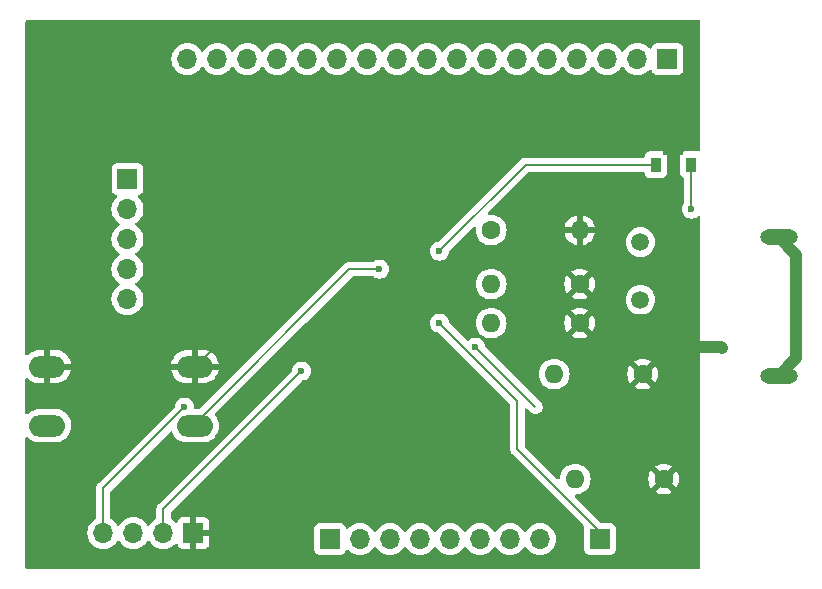
<source format=gbr>
%TF.GenerationSoftware,KiCad,Pcbnew,7.0.10*%
%TF.CreationDate,2024-03-02T18:49:49+09:00*%
%TF.ProjectId,STM32F103x8,53544d33-3246-4313-9033-78382e6b6963,rev?*%
%TF.SameCoordinates,Original*%
%TF.FileFunction,Copper,L2,Bot*%
%TF.FilePolarity,Positive*%
%FSLAX46Y46*%
G04 Gerber Fmt 4.6, Leading zero omitted, Abs format (unit mm)*
G04 Created by KiCad (PCBNEW 7.0.10) date 2024-03-02 18:49:49*
%MOMM*%
%LPD*%
G01*
G04 APERTURE LIST*
G04 Aperture macros list*
%AMFreePoly0*
4,1,9,3.862500,-0.866500,0.737500,-0.866500,0.737500,-0.450000,-0.737500,-0.450000,-0.737500,0.450000,0.737500,0.450000,0.737500,0.866500,3.862500,0.866500,3.862500,-0.866500,3.862500,-0.866500,$1*%
G04 Aperture macros list end*
%TA.AperFunction,ComponentPad*%
%ADD10R,1.700000X1.700000*%
%TD*%
%TA.AperFunction,ComponentPad*%
%ADD11O,1.700000X1.700000*%
%TD*%
%TA.AperFunction,ComponentPad*%
%ADD12O,3.200000X1.300000*%
%TD*%
%TA.AperFunction,ComponentPad*%
%ADD13C,1.500000*%
%TD*%
%TA.AperFunction,ComponentPad*%
%ADD14O,3.048000X1.850000*%
%TD*%
%TA.AperFunction,ComponentPad*%
%ADD15C,1.600000*%
%TD*%
%TA.AperFunction,ComponentPad*%
%ADD16O,1.600000X1.600000*%
%TD*%
%TA.AperFunction,SMDPad,CuDef*%
%ADD17R,0.900000X1.300000*%
%TD*%
%TA.AperFunction,SMDPad,CuDef*%
%ADD18FreePoly0,90.000000*%
%TD*%
%TA.AperFunction,ViaPad*%
%ADD19C,0.600000*%
%TD*%
%TA.AperFunction,ViaPad*%
%ADD20C,1.000000*%
%TD*%
%TA.AperFunction,Conductor*%
%ADD21C,0.200000*%
%TD*%
%TA.AperFunction,Conductor*%
%ADD22C,1.000000*%
%TD*%
G04 APERTURE END LIST*
D10*
%TO.P,J3,1,Pin_1*%
%TO.N,Net-(J3-Pin_1)*%
X167005000Y-96520000D03*
%TD*%
%TO.P,J2,1,Pin_1*%
%TO.N,Net-(J2-Pin_1)*%
X127000000Y-66045000D03*
D11*
%TO.P,J2,2,Pin_2*%
%TO.N,Net-(J2-Pin_2)*%
X127000000Y-68585000D03*
%TO.P,J2,3,Pin_3*%
%TO.N,Net-(J2-Pin_3)*%
X127000000Y-71125000D03*
%TO.P,J2,4,Pin_4*%
%TO.N,Net-(J2-Pin_4)*%
X127000000Y-73665000D03*
%TO.P,J2,5,Pin_5*%
%TO.N,Net-(J2-Pin_5)*%
X127000000Y-76205000D03*
%TD*%
D12*
%TO.P,J4,5,Shield*%
%TO.N,unconnected-(J4-Shield-Pad5)*%
X182155000Y-70985000D03*
X182155000Y-82685000D03*
%TD*%
D13*
%TO.P,Y1,1,1*%
%TO.N,Net-(U1-PD0-OSC_IN)*%
X170434000Y-76254000D03*
%TO.P,Y1,2,2*%
%TO.N,Net-(U1-PD1-OSC_OUT)*%
X170434000Y-71374000D03*
%TD*%
D14*
%TO.P,SW1,1,1*%
%TO.N,Net-(U1-NRST)*%
X132715000Y-86915000D03*
X120215000Y-86915000D03*
%TO.P,SW1,2,2*%
%TO.N,GND*%
X132715000Y-81915000D03*
X120215000Y-81915000D03*
%TD*%
D15*
%TO.P,C5,1*%
%TO.N,Net-(U1-NRST)*%
X157794000Y-70358000D03*
D16*
%TO.P,C5,2*%
%TO.N,GND*%
X165294000Y-70358000D03*
%TD*%
D10*
%TO.P,J6,1,Pin_1*%
%TO.N,Net-(J6-Pin_1)*%
X144145000Y-96520000D03*
D11*
%TO.P,J6,2,Pin_2*%
%TO.N,Net-(J6-Pin_2)*%
X146685000Y-96520000D03*
%TO.P,J6,3,Pin_3*%
%TO.N,Net-(J6-Pin_3)*%
X149225000Y-96520000D03*
%TO.P,J6,4,Pin_4*%
%TO.N,Net-(J6-Pin_4)*%
X151765000Y-96520000D03*
%TO.P,J6,5,Pin_5*%
%TO.N,Net-(J6-Pin_5)*%
X154305000Y-96520000D03*
%TO.P,J6,6,Pin_6*%
%TO.N,Net-(J6-Pin_6)*%
X156845000Y-96520000D03*
%TO.P,J6,7,Pin_7*%
%TO.N,Net-(J6-Pin_7)*%
X159385000Y-96520000D03*
%TO.P,J6,8,Pin_8*%
%TO.N,Net-(J6-Pin_8)*%
X161925000Y-96520000D03*
%TD*%
D10*
%TO.P,J5,1,Pin_1*%
%TO.N,GND*%
X132578000Y-96012000D03*
D11*
%TO.P,J5,2,Pin_2*%
%TO.N,Net-(J5-Pin_2)*%
X130038000Y-96012000D03*
%TO.P,J5,3,Pin_3*%
%TO.N,Net-(J5-Pin_3)*%
X127498000Y-96012000D03*
%TO.P,J5,4,Pin_4*%
%TO.N,+3V3*%
X124958000Y-96012000D03*
%TD*%
D10*
%TO.P,J1,1,Pin_1*%
%TO.N,Net-(J1-Pin_1)*%
X172720000Y-55880000D03*
D11*
%TO.P,J1,2,Pin_2*%
%TO.N,Net-(J1-Pin_2)*%
X170180000Y-55880000D03*
%TO.P,J1,3,Pin_3*%
%TO.N,Net-(J1-Pin_3)*%
X167640000Y-55880000D03*
%TO.P,J1,4,Pin_4*%
%TO.N,Net-(J1-Pin_4)*%
X165100000Y-55880000D03*
%TO.P,J1,5,Pin_5*%
%TO.N,Net-(J1-Pin_5)*%
X162560000Y-55880000D03*
%TO.P,J1,6,Pin_6*%
%TO.N,Net-(J1-Pin_6)*%
X160020000Y-55880000D03*
%TO.P,J1,7,Pin_7*%
%TO.N,Net-(J1-Pin_7)*%
X157480000Y-55880000D03*
%TO.P,J1,8,Pin_8*%
%TO.N,Net-(J1-Pin_8)*%
X154940000Y-55880000D03*
%TO.P,J1,9,Pin_9*%
%TO.N,Net-(J1-Pin_9)*%
X152400000Y-55880000D03*
%TO.P,J1,10,Pin_10*%
%TO.N,Net-(J1-Pin_10)*%
X149860000Y-55880000D03*
%TO.P,J1,11,Pin_11*%
%TO.N,Net-(J1-Pin_11)*%
X147320000Y-55880000D03*
%TO.P,J1,12,Pin_12*%
%TO.N,Net-(J1-Pin_12)*%
X144780000Y-55880000D03*
%TO.P,J1,13,Pin_13*%
%TO.N,Net-(J1-Pin_13)*%
X142240000Y-55880000D03*
%TO.P,J1,14,Pin_14*%
%TO.N,Net-(J1-Pin_14)*%
X139700000Y-55880000D03*
%TO.P,J1,15,Pin_15*%
%TO.N,Net-(J1-Pin_15)*%
X137160000Y-55880000D03*
%TO.P,J1,16,Pin_16*%
%TO.N,Net-(J1-Pin_16)*%
X134620000Y-55880000D03*
%TO.P,J1,17,Pin_17*%
%TO.N,Net-(J1-Pin_17)*%
X132080000Y-55880000D03*
%TD*%
D15*
%TO.P,C3,1*%
%TO.N,GND*%
X165294000Y-74930000D03*
D16*
%TO.P,C3,2*%
%TO.N,Net-(U1-PD1-OSC_OUT)*%
X157794000Y-74930000D03*
%TD*%
D15*
%TO.P,C2,1*%
%TO.N,GND*%
X170628000Y-82550000D03*
D16*
%TO.P,C2,2*%
%TO.N,Net-(U1-PC14-OSC32_IN)*%
X163128000Y-82550000D03*
%TD*%
D15*
%TO.P,C4,1*%
%TO.N,GND*%
X165294000Y-78232000D03*
D16*
%TO.P,C4,2*%
%TO.N,Net-(U1-PD0-OSC_IN)*%
X157794000Y-78232000D03*
%TD*%
D15*
%TO.P,C1,1*%
%TO.N,GND*%
X172406000Y-91440000D03*
D16*
%TO.P,C1,2*%
%TO.N,Net-(U1-PC15-OSC32_OUT)*%
X164906000Y-91440000D03*
%TD*%
D17*
%TO.P,U2,1,VIN*%
%TO.N,Net-(J4-VBUS)*%
X174728000Y-64815000D03*
D18*
%TO.P,U2,2,GND*%
%TO.N,GND*%
X173228000Y-64727500D03*
D17*
%TO.P,U2,3,VOUT*%
%TO.N,+3V3*%
X171728000Y-64815000D03*
%TD*%
D19*
%TO.N,+3V3*%
X131826000Y-85344000D03*
X153416000Y-72136000D03*
%TO.N,Net-(J3-Pin_1)*%
X153416000Y-78232000D03*
%TO.N,Net-(U1-PC14-OSC32_IN)*%
X156464000Y-80264000D03*
%TO.N,Net-(U1-NRST)*%
X148336000Y-73660000D03*
%TO.N,GND*%
X121920000Y-80264000D03*
X149352000Y-80264000D03*
D20*
X177363000Y-80335000D03*
D19*
X143256000Y-66548000D03*
X137160000Y-76708000D03*
X155448000Y-72136000D03*
%TO.N,Net-(J4-VBUS)*%
X174752000Y-68580000D03*
%TO.N,Net-(J5-Pin_3)*%
X141732000Y-82296000D03*
%TD*%
D21*
%TO.N,+3V3*%
X124958000Y-92212000D02*
X124958000Y-96012000D01*
X131826000Y-85344000D02*
X124958000Y-92212000D01*
X153416000Y-72136000D02*
X160737000Y-64815000D01*
X160737000Y-64815000D02*
X171855000Y-64815000D01*
%TO.N,Net-(J3-Pin_1)*%
X160020000Y-88900000D02*
X167005000Y-95885000D01*
X160020000Y-84836000D02*
X160020000Y-88900000D01*
X153416000Y-78232000D02*
X160020000Y-84836000D01*
X167005000Y-95885000D02*
X167005000Y-96520000D01*
%TO.N,Net-(U1-PC14-OSC32_IN)*%
X156464000Y-80264000D02*
X161544000Y-85344000D01*
%TO.N,Net-(U1-NRST)*%
X132715000Y-86741000D02*
X145796000Y-73660000D01*
X145796000Y-73660000D02*
X148336000Y-73660000D01*
X132715000Y-86915000D02*
X132715000Y-86741000D01*
D22*
%TO.N,GND*%
X177363000Y-80335000D02*
X177292000Y-80264000D01*
X177292000Y-80264000D02*
X173736000Y-80264000D01*
D21*
X137160000Y-77470000D02*
X132715000Y-81915000D01*
X137160000Y-76708000D02*
X137160000Y-77470000D01*
%TO.N,Net-(J4-VBUS)*%
X174728000Y-68556000D02*
X174752000Y-68580000D01*
X174728000Y-64815000D02*
X174728000Y-68556000D01*
%TO.N,Net-(J5-Pin_3)*%
X130048000Y-93980000D02*
X130048000Y-96012000D01*
X141732000Y-82296000D02*
X130048000Y-93980000D01*
D22*
%TO.N,unconnected-(J4-Shield-Pad5)*%
X183642000Y-72472000D02*
X183642000Y-81198000D01*
X182155000Y-70985000D02*
X183642000Y-72472000D01*
X183642000Y-81198000D02*
X182155000Y-82685000D01*
%TD*%
%TA.AperFunction,Conductor*%
%TO.N,GND*%
G36*
X175457039Y-52597685D02*
G01*
X175502794Y-52650489D01*
X175514000Y-52702000D01*
X175514000Y-63577546D01*
X175494315Y-63644585D01*
X175441511Y-63690340D01*
X175372353Y-63700284D01*
X175346668Y-63693728D01*
X175285485Y-63670909D01*
X175285483Y-63670908D01*
X175225883Y-63664501D01*
X175225881Y-63664500D01*
X175225873Y-63664500D01*
X175225864Y-63664500D01*
X174230129Y-63664500D01*
X174230123Y-63664501D01*
X174170516Y-63670908D01*
X174035671Y-63721202D01*
X174035664Y-63721206D01*
X173920455Y-63807452D01*
X173920452Y-63807455D01*
X173834206Y-63922664D01*
X173834202Y-63922671D01*
X173783908Y-64057517D01*
X173777501Y-64117116D01*
X173777501Y-64117123D01*
X173777500Y-64117135D01*
X173777500Y-65512870D01*
X173777501Y-65512876D01*
X173783908Y-65572483D01*
X173834202Y-65707328D01*
X173834206Y-65707335D01*
X173920452Y-65822544D01*
X173920455Y-65822547D01*
X174035665Y-65908794D01*
X174035667Y-65908794D01*
X174035669Y-65908796D01*
X174046830Y-65912958D01*
X174102764Y-65954826D01*
X174127184Y-66020289D01*
X174127500Y-66029141D01*
X174127500Y-68033553D01*
X174108494Y-68099525D01*
X174026211Y-68230476D01*
X173966631Y-68400745D01*
X173966630Y-68400750D01*
X173946435Y-68579996D01*
X173946435Y-68580003D01*
X173966630Y-68759249D01*
X173966631Y-68759254D01*
X174026211Y-68929523D01*
X174101067Y-69048655D01*
X174122184Y-69082262D01*
X174249738Y-69209816D01*
X174402478Y-69305789D01*
X174551554Y-69357953D01*
X174572745Y-69365368D01*
X174572750Y-69365369D01*
X174751996Y-69385565D01*
X174752000Y-69385565D01*
X174752004Y-69385565D01*
X174931249Y-69365369D01*
X174931252Y-69365368D01*
X174931255Y-69365368D01*
X175101522Y-69305789D01*
X175254262Y-69209816D01*
X175302319Y-69161759D01*
X175363642Y-69128274D01*
X175433334Y-69133258D01*
X175489267Y-69175130D01*
X175513684Y-69240594D01*
X175514000Y-69249440D01*
X175514000Y-98936000D01*
X175494315Y-99003039D01*
X175441511Y-99048794D01*
X175390000Y-99060000D01*
X118488000Y-99060000D01*
X118420961Y-99040315D01*
X118375206Y-98987511D01*
X118364000Y-98936000D01*
X118364000Y-97417870D01*
X142794500Y-97417870D01*
X142794501Y-97417876D01*
X142800908Y-97477483D01*
X142851202Y-97612328D01*
X142851206Y-97612335D01*
X142937452Y-97727544D01*
X142937455Y-97727547D01*
X143052664Y-97813793D01*
X143052671Y-97813797D01*
X143187517Y-97864091D01*
X143187516Y-97864091D01*
X143194444Y-97864835D01*
X143247127Y-97870500D01*
X145042872Y-97870499D01*
X145102483Y-97864091D01*
X145237331Y-97813796D01*
X145352546Y-97727546D01*
X145438796Y-97612331D01*
X145487810Y-97480916D01*
X145529681Y-97424984D01*
X145595145Y-97400566D01*
X145663418Y-97415417D01*
X145691673Y-97436569D01*
X145813599Y-97558495D01*
X145910384Y-97626265D01*
X146007165Y-97694032D01*
X146007167Y-97694033D01*
X146007170Y-97694035D01*
X146221337Y-97793903D01*
X146449592Y-97855063D01*
X146626034Y-97870500D01*
X146684999Y-97875659D01*
X146685000Y-97875659D01*
X146685001Y-97875659D01*
X146743966Y-97870500D01*
X146920408Y-97855063D01*
X147148663Y-97793903D01*
X147362830Y-97694035D01*
X147556401Y-97558495D01*
X147723495Y-97391401D01*
X147853425Y-97205842D01*
X147908002Y-97162217D01*
X147977500Y-97155023D01*
X148039855Y-97186546D01*
X148056575Y-97205842D01*
X148186500Y-97391395D01*
X148186505Y-97391401D01*
X148353599Y-97558495D01*
X148450384Y-97626265D01*
X148547165Y-97694032D01*
X148547167Y-97694033D01*
X148547170Y-97694035D01*
X148761337Y-97793903D01*
X148989592Y-97855063D01*
X149166034Y-97870500D01*
X149224999Y-97875659D01*
X149225000Y-97875659D01*
X149225001Y-97875659D01*
X149283966Y-97870500D01*
X149460408Y-97855063D01*
X149688663Y-97793903D01*
X149902830Y-97694035D01*
X150096401Y-97558495D01*
X150263495Y-97391401D01*
X150393425Y-97205842D01*
X150448002Y-97162217D01*
X150517500Y-97155023D01*
X150579855Y-97186546D01*
X150596575Y-97205842D01*
X150726500Y-97391395D01*
X150726505Y-97391401D01*
X150893599Y-97558495D01*
X150990384Y-97626265D01*
X151087165Y-97694032D01*
X151087167Y-97694033D01*
X151087170Y-97694035D01*
X151301337Y-97793903D01*
X151529592Y-97855063D01*
X151706034Y-97870500D01*
X151764999Y-97875659D01*
X151765000Y-97875659D01*
X151765001Y-97875659D01*
X151823966Y-97870500D01*
X152000408Y-97855063D01*
X152228663Y-97793903D01*
X152442830Y-97694035D01*
X152636401Y-97558495D01*
X152803495Y-97391401D01*
X152933425Y-97205842D01*
X152988002Y-97162217D01*
X153057500Y-97155023D01*
X153119855Y-97186546D01*
X153136575Y-97205842D01*
X153266500Y-97391395D01*
X153266505Y-97391401D01*
X153433599Y-97558495D01*
X153530384Y-97626265D01*
X153627165Y-97694032D01*
X153627167Y-97694033D01*
X153627170Y-97694035D01*
X153841337Y-97793903D01*
X154069592Y-97855063D01*
X154246034Y-97870500D01*
X154304999Y-97875659D01*
X154305000Y-97875659D01*
X154305001Y-97875659D01*
X154363966Y-97870500D01*
X154540408Y-97855063D01*
X154768663Y-97793903D01*
X154982830Y-97694035D01*
X155176401Y-97558495D01*
X155343495Y-97391401D01*
X155473425Y-97205842D01*
X155528002Y-97162217D01*
X155597500Y-97155023D01*
X155659855Y-97186546D01*
X155676575Y-97205842D01*
X155806500Y-97391395D01*
X155806505Y-97391401D01*
X155973599Y-97558495D01*
X156070384Y-97626265D01*
X156167165Y-97694032D01*
X156167167Y-97694033D01*
X156167170Y-97694035D01*
X156381337Y-97793903D01*
X156609592Y-97855063D01*
X156786034Y-97870500D01*
X156844999Y-97875659D01*
X156845000Y-97875659D01*
X156845001Y-97875659D01*
X156903966Y-97870500D01*
X157080408Y-97855063D01*
X157308663Y-97793903D01*
X157522830Y-97694035D01*
X157716401Y-97558495D01*
X157883495Y-97391401D01*
X158013425Y-97205842D01*
X158068002Y-97162217D01*
X158137500Y-97155023D01*
X158199855Y-97186546D01*
X158216575Y-97205842D01*
X158346500Y-97391395D01*
X158346505Y-97391401D01*
X158513599Y-97558495D01*
X158610384Y-97626265D01*
X158707165Y-97694032D01*
X158707167Y-97694033D01*
X158707170Y-97694035D01*
X158921337Y-97793903D01*
X159149592Y-97855063D01*
X159326034Y-97870500D01*
X159384999Y-97875659D01*
X159385000Y-97875659D01*
X159385001Y-97875659D01*
X159443966Y-97870500D01*
X159620408Y-97855063D01*
X159848663Y-97793903D01*
X160062830Y-97694035D01*
X160256401Y-97558495D01*
X160423495Y-97391401D01*
X160553425Y-97205842D01*
X160608002Y-97162217D01*
X160677500Y-97155023D01*
X160739855Y-97186546D01*
X160756575Y-97205842D01*
X160886500Y-97391395D01*
X160886505Y-97391401D01*
X161053599Y-97558495D01*
X161150384Y-97626265D01*
X161247165Y-97694032D01*
X161247167Y-97694033D01*
X161247170Y-97694035D01*
X161461337Y-97793903D01*
X161689592Y-97855063D01*
X161866034Y-97870500D01*
X161924999Y-97875659D01*
X161925000Y-97875659D01*
X161925001Y-97875659D01*
X161983966Y-97870500D01*
X162160408Y-97855063D01*
X162388663Y-97793903D01*
X162602830Y-97694035D01*
X162796401Y-97558495D01*
X162963495Y-97391401D01*
X163099035Y-97197830D01*
X163198903Y-96983663D01*
X163260063Y-96755408D01*
X163280659Y-96520000D01*
X163260063Y-96284592D01*
X163213626Y-96111285D01*
X163198905Y-96056344D01*
X163198904Y-96056343D01*
X163198903Y-96056337D01*
X163099035Y-95842171D01*
X163093425Y-95834158D01*
X162963494Y-95648597D01*
X162796402Y-95481506D01*
X162796395Y-95481501D01*
X162602834Y-95345967D01*
X162602830Y-95345965D01*
X162560354Y-95326158D01*
X162388663Y-95246097D01*
X162388659Y-95246096D01*
X162388655Y-95246094D01*
X162160413Y-95184938D01*
X162160403Y-95184936D01*
X161925001Y-95164341D01*
X161924999Y-95164341D01*
X161689596Y-95184936D01*
X161689586Y-95184938D01*
X161461344Y-95246094D01*
X161461335Y-95246098D01*
X161247171Y-95345964D01*
X161247169Y-95345965D01*
X161053597Y-95481505D01*
X160886505Y-95648597D01*
X160756575Y-95834158D01*
X160701998Y-95877783D01*
X160632500Y-95884977D01*
X160570145Y-95853454D01*
X160553425Y-95834158D01*
X160423494Y-95648597D01*
X160256402Y-95481506D01*
X160256395Y-95481501D01*
X160062834Y-95345967D01*
X160062830Y-95345965D01*
X160020354Y-95326158D01*
X159848663Y-95246097D01*
X159848659Y-95246096D01*
X159848655Y-95246094D01*
X159620413Y-95184938D01*
X159620403Y-95184936D01*
X159385001Y-95164341D01*
X159384999Y-95164341D01*
X159149596Y-95184936D01*
X159149586Y-95184938D01*
X158921344Y-95246094D01*
X158921335Y-95246098D01*
X158707171Y-95345964D01*
X158707169Y-95345965D01*
X158513597Y-95481505D01*
X158346505Y-95648597D01*
X158216575Y-95834158D01*
X158161998Y-95877783D01*
X158092500Y-95884977D01*
X158030145Y-95853454D01*
X158013425Y-95834158D01*
X157883494Y-95648597D01*
X157716402Y-95481506D01*
X157716395Y-95481501D01*
X157522834Y-95345967D01*
X157522830Y-95345965D01*
X157480354Y-95326158D01*
X157308663Y-95246097D01*
X157308659Y-95246096D01*
X157308655Y-95246094D01*
X157080413Y-95184938D01*
X157080403Y-95184936D01*
X156845001Y-95164341D01*
X156844999Y-95164341D01*
X156609596Y-95184936D01*
X156609586Y-95184938D01*
X156381344Y-95246094D01*
X156381335Y-95246098D01*
X156167171Y-95345964D01*
X156167169Y-95345965D01*
X155973597Y-95481505D01*
X155806505Y-95648597D01*
X155676575Y-95834158D01*
X155621998Y-95877783D01*
X155552500Y-95884977D01*
X155490145Y-95853454D01*
X155473425Y-95834158D01*
X155343494Y-95648597D01*
X155176402Y-95481506D01*
X155176395Y-95481501D01*
X154982834Y-95345967D01*
X154982830Y-95345965D01*
X154940354Y-95326158D01*
X154768663Y-95246097D01*
X154768659Y-95246096D01*
X154768655Y-95246094D01*
X154540413Y-95184938D01*
X154540403Y-95184936D01*
X154305001Y-95164341D01*
X154304999Y-95164341D01*
X154069596Y-95184936D01*
X154069586Y-95184938D01*
X153841344Y-95246094D01*
X153841335Y-95246098D01*
X153627171Y-95345964D01*
X153627169Y-95345965D01*
X153433597Y-95481505D01*
X153266505Y-95648597D01*
X153136575Y-95834158D01*
X153081998Y-95877783D01*
X153012500Y-95884977D01*
X152950145Y-95853454D01*
X152933425Y-95834158D01*
X152803494Y-95648597D01*
X152636402Y-95481506D01*
X152636395Y-95481501D01*
X152442834Y-95345967D01*
X152442830Y-95345965D01*
X152400354Y-95326158D01*
X152228663Y-95246097D01*
X152228659Y-95246096D01*
X152228655Y-95246094D01*
X152000413Y-95184938D01*
X152000403Y-95184936D01*
X151765001Y-95164341D01*
X151764999Y-95164341D01*
X151529596Y-95184936D01*
X151529586Y-95184938D01*
X151301344Y-95246094D01*
X151301335Y-95246098D01*
X151087171Y-95345964D01*
X151087169Y-95345965D01*
X150893597Y-95481505D01*
X150726505Y-95648597D01*
X150596575Y-95834158D01*
X150541998Y-95877783D01*
X150472500Y-95884977D01*
X150410145Y-95853454D01*
X150393425Y-95834158D01*
X150263494Y-95648597D01*
X150096402Y-95481506D01*
X150096395Y-95481501D01*
X149902834Y-95345967D01*
X149902830Y-95345965D01*
X149860354Y-95326158D01*
X149688663Y-95246097D01*
X149688659Y-95246096D01*
X149688655Y-95246094D01*
X149460413Y-95184938D01*
X149460403Y-95184936D01*
X149225001Y-95164341D01*
X149224999Y-95164341D01*
X148989596Y-95184936D01*
X148989586Y-95184938D01*
X148761344Y-95246094D01*
X148761335Y-95246098D01*
X148547171Y-95345964D01*
X148547169Y-95345965D01*
X148353597Y-95481505D01*
X148186505Y-95648597D01*
X148056575Y-95834158D01*
X148001998Y-95877783D01*
X147932500Y-95884977D01*
X147870145Y-95853454D01*
X147853425Y-95834158D01*
X147723494Y-95648597D01*
X147556402Y-95481506D01*
X147556395Y-95481501D01*
X147362834Y-95345967D01*
X147362830Y-95345965D01*
X147320354Y-95326158D01*
X147148663Y-95246097D01*
X147148659Y-95246096D01*
X147148655Y-95246094D01*
X146920413Y-95184938D01*
X146920403Y-95184936D01*
X146685001Y-95164341D01*
X146684999Y-95164341D01*
X146449596Y-95184936D01*
X146449586Y-95184938D01*
X146221344Y-95246094D01*
X146221335Y-95246098D01*
X146007171Y-95345964D01*
X146007169Y-95345965D01*
X145813600Y-95481503D01*
X145691673Y-95603430D01*
X145630350Y-95636914D01*
X145560658Y-95631930D01*
X145504725Y-95590058D01*
X145487810Y-95559081D01*
X145438797Y-95427671D01*
X145438793Y-95427664D01*
X145352547Y-95312455D01*
X145352544Y-95312452D01*
X145237335Y-95226206D01*
X145237328Y-95226202D01*
X145102482Y-95175908D01*
X145102483Y-95175908D01*
X145042883Y-95169501D01*
X145042881Y-95169500D01*
X145042873Y-95169500D01*
X145042864Y-95169500D01*
X143247129Y-95169500D01*
X143247123Y-95169501D01*
X143187516Y-95175908D01*
X143052671Y-95226202D01*
X143052664Y-95226206D01*
X142937455Y-95312452D01*
X142937452Y-95312455D01*
X142851206Y-95427664D01*
X142851202Y-95427671D01*
X142800908Y-95562517D01*
X142796510Y-95603430D01*
X142794501Y-95622123D01*
X142794500Y-95622135D01*
X142794500Y-97417870D01*
X118364000Y-97417870D01*
X118364000Y-96012000D01*
X123602341Y-96012000D01*
X123622936Y-96247403D01*
X123622938Y-96247413D01*
X123684094Y-96475655D01*
X123684096Y-96475659D01*
X123684097Y-96475663D01*
X123704772Y-96520000D01*
X123783965Y-96689830D01*
X123783967Y-96689834D01*
X123892281Y-96844521D01*
X123919505Y-96883401D01*
X124086599Y-97050495D01*
X124163135Y-97104086D01*
X124280165Y-97186032D01*
X124280167Y-97186033D01*
X124280170Y-97186035D01*
X124494337Y-97285903D01*
X124722592Y-97347063D01*
X124893319Y-97362000D01*
X124957999Y-97367659D01*
X124958000Y-97367659D01*
X124958001Y-97367659D01*
X125022681Y-97362000D01*
X125193408Y-97347063D01*
X125421663Y-97285903D01*
X125635830Y-97186035D01*
X125829401Y-97050495D01*
X125996495Y-96883401D01*
X126126425Y-96697842D01*
X126181002Y-96654217D01*
X126250500Y-96647023D01*
X126312855Y-96678546D01*
X126329575Y-96697842D01*
X126459500Y-96883395D01*
X126459505Y-96883401D01*
X126626599Y-97050495D01*
X126703135Y-97104086D01*
X126820165Y-97186032D01*
X126820167Y-97186033D01*
X126820170Y-97186035D01*
X127034337Y-97285903D01*
X127262592Y-97347063D01*
X127433319Y-97362000D01*
X127497999Y-97367659D01*
X127498000Y-97367659D01*
X127498001Y-97367659D01*
X127562681Y-97362000D01*
X127733408Y-97347063D01*
X127961663Y-97285903D01*
X128175830Y-97186035D01*
X128369401Y-97050495D01*
X128536495Y-96883401D01*
X128666425Y-96697842D01*
X128721002Y-96654217D01*
X128790500Y-96647023D01*
X128852855Y-96678546D01*
X128869575Y-96697842D01*
X128999500Y-96883395D01*
X128999505Y-96883401D01*
X129166599Y-97050495D01*
X129243135Y-97104086D01*
X129360165Y-97186032D01*
X129360167Y-97186033D01*
X129360170Y-97186035D01*
X129574337Y-97285903D01*
X129802592Y-97347063D01*
X129973319Y-97362000D01*
X130037999Y-97367659D01*
X130038000Y-97367659D01*
X130038001Y-97367659D01*
X130102681Y-97362000D01*
X130273408Y-97347063D01*
X130501663Y-97285903D01*
X130715830Y-97186035D01*
X130909401Y-97050495D01*
X131031717Y-96928178D01*
X131093036Y-96894696D01*
X131162728Y-96899680D01*
X131218662Y-96941551D01*
X131235577Y-96972528D01*
X131284646Y-97104088D01*
X131284649Y-97104093D01*
X131370809Y-97219187D01*
X131370812Y-97219190D01*
X131485906Y-97305350D01*
X131485913Y-97305354D01*
X131620620Y-97355596D01*
X131620627Y-97355598D01*
X131680155Y-97361999D01*
X131680172Y-97362000D01*
X132328000Y-97362000D01*
X132328000Y-96447501D01*
X132435685Y-96496680D01*
X132542237Y-96512000D01*
X132613763Y-96512000D01*
X132720315Y-96496680D01*
X132828000Y-96447501D01*
X132828000Y-97362000D01*
X133475828Y-97362000D01*
X133475844Y-97361999D01*
X133535372Y-97355598D01*
X133535379Y-97355596D01*
X133670086Y-97305354D01*
X133670093Y-97305350D01*
X133785187Y-97219190D01*
X133785190Y-97219187D01*
X133871350Y-97104093D01*
X133871354Y-97104086D01*
X133921596Y-96969379D01*
X133921598Y-96969372D01*
X133927999Y-96909844D01*
X133928000Y-96909827D01*
X133928000Y-96262000D01*
X133011686Y-96262000D01*
X133037493Y-96221844D01*
X133078000Y-96083889D01*
X133078000Y-95940111D01*
X133037493Y-95802156D01*
X133011686Y-95762000D01*
X133928000Y-95762000D01*
X133928000Y-95114172D01*
X133927999Y-95114155D01*
X133921598Y-95054627D01*
X133921596Y-95054620D01*
X133871354Y-94919913D01*
X133871350Y-94919906D01*
X133785190Y-94804812D01*
X133785187Y-94804809D01*
X133670093Y-94718649D01*
X133670086Y-94718645D01*
X133535379Y-94668403D01*
X133535372Y-94668401D01*
X133475844Y-94662000D01*
X132828000Y-94662000D01*
X132828000Y-95576498D01*
X132720315Y-95527320D01*
X132613763Y-95512000D01*
X132542237Y-95512000D01*
X132435685Y-95527320D01*
X132328000Y-95576498D01*
X132328000Y-94662000D01*
X131680155Y-94662000D01*
X131620627Y-94668401D01*
X131620620Y-94668403D01*
X131485913Y-94718645D01*
X131485906Y-94718649D01*
X131370812Y-94804809D01*
X131370809Y-94804812D01*
X131284649Y-94919906D01*
X131284645Y-94919913D01*
X131235578Y-95051470D01*
X131193707Y-95107404D01*
X131128242Y-95131821D01*
X131059969Y-95116969D01*
X131031715Y-95095819D01*
X130987366Y-95051470D01*
X130909401Y-94973505D01*
X130909397Y-94973502D01*
X130909396Y-94973501D01*
X130715831Y-94837965D01*
X130711140Y-94835257D01*
X130712350Y-94833160D01*
X130667603Y-94793696D01*
X130648500Y-94727571D01*
X130648500Y-94280096D01*
X130668185Y-94213057D01*
X130684814Y-94192420D01*
X141750535Y-83126698D01*
X141811856Y-83093215D01*
X141824311Y-83091163D01*
X141911255Y-83081368D01*
X142081522Y-83021789D01*
X142234262Y-82925816D01*
X142361816Y-82798262D01*
X142457789Y-82645522D01*
X142517368Y-82475255D01*
X142520412Y-82448242D01*
X142537565Y-82296003D01*
X142537565Y-82295996D01*
X142517369Y-82116750D01*
X142517368Y-82116745D01*
X142457788Y-81946476D01*
X142361815Y-81793737D01*
X142234262Y-81666184D01*
X142081523Y-81570211D01*
X141911254Y-81510631D01*
X141911249Y-81510630D01*
X141732004Y-81490435D01*
X141731996Y-81490435D01*
X141552750Y-81510630D01*
X141552745Y-81510631D01*
X141382476Y-81570211D01*
X141229737Y-81666184D01*
X141102184Y-81793737D01*
X141006210Y-81946478D01*
X140946630Y-82116750D01*
X140936837Y-82203668D01*
X140909770Y-82268082D01*
X140901298Y-82277465D01*
X129656965Y-93521798D01*
X129644774Y-93532490D01*
X129619718Y-93551717D01*
X129595549Y-93583213D01*
X129595550Y-93583214D01*
X129523464Y-93677158D01*
X129523461Y-93677163D01*
X129462957Y-93823234D01*
X129462955Y-93823239D01*
X129442318Y-93979998D01*
X129442318Y-93979999D01*
X129446439Y-94011301D01*
X129447500Y-94027487D01*
X129447500Y-94718245D01*
X129427815Y-94785284D01*
X129375909Y-94830625D01*
X129360174Y-94837962D01*
X129360169Y-94837965D01*
X129166597Y-94973505D01*
X128999505Y-95140597D01*
X128869575Y-95326158D01*
X128814998Y-95369783D01*
X128745500Y-95376977D01*
X128683145Y-95345454D01*
X128666425Y-95326158D01*
X128536494Y-95140597D01*
X128369402Y-94973506D01*
X128369395Y-94973501D01*
X128175834Y-94837967D01*
X128175830Y-94837965D01*
X128072855Y-94789947D01*
X127961663Y-94738097D01*
X127961659Y-94738096D01*
X127961655Y-94738094D01*
X127733413Y-94676938D01*
X127733403Y-94676936D01*
X127498001Y-94656341D01*
X127497999Y-94656341D01*
X127262596Y-94676936D01*
X127262586Y-94676938D01*
X127034344Y-94738094D01*
X127034335Y-94738098D01*
X126820171Y-94837964D01*
X126820169Y-94837965D01*
X126626597Y-94973505D01*
X126459505Y-95140597D01*
X126329575Y-95326158D01*
X126274998Y-95369783D01*
X126205500Y-95376977D01*
X126143145Y-95345454D01*
X126126425Y-95326158D01*
X125996494Y-95140597D01*
X125829402Y-94973506D01*
X125829395Y-94973501D01*
X125635831Y-94837965D01*
X125635826Y-94837962D01*
X125630091Y-94835288D01*
X125577653Y-94789113D01*
X125558500Y-94722908D01*
X125558500Y-92512096D01*
X125578185Y-92445057D01*
X125594814Y-92424420D01*
X130597327Y-87421906D01*
X130658648Y-87388423D01*
X130728340Y-87393407D01*
X130784273Y-87435279D01*
X130800064Y-87463355D01*
X130838530Y-87559082D01*
X130965757Y-87765713D01*
X131126075Y-87947869D01*
X131126079Y-87947873D01*
X131314870Y-88100311D01*
X131526709Y-88218652D01*
X131526712Y-88218653D01*
X131755507Y-88299491D01*
X131755513Y-88299492D01*
X131994662Y-88340499D01*
X131994670Y-88340499D01*
X131994672Y-88340500D01*
X131994673Y-88340500D01*
X133374553Y-88340500D01*
X133374554Y-88340500D01*
X133374555Y-88340499D01*
X133374572Y-88340499D01*
X133555775Y-88325076D01*
X133555775Y-88325075D01*
X133555782Y-88325075D01*
X133790608Y-88263931D01*
X133790611Y-88263930D01*
X134011713Y-88163986D01*
X134011716Y-88163983D01*
X134011723Y-88163981D01*
X134212765Y-88028100D01*
X134387952Y-87860197D01*
X134532244Y-87665102D01*
X134641488Y-87448429D01*
X134712543Y-87216409D01*
X134743365Y-86975719D01*
X134733066Y-86733281D01*
X134681944Y-86496072D01*
X134591468Y-86270914D01*
X134464242Y-86064286D01*
X134436580Y-86032856D01*
X134407065Y-85969526D01*
X134416474Y-85900293D01*
X134441979Y-85863254D01*
X142073231Y-78232003D01*
X152610435Y-78232003D01*
X152630630Y-78411249D01*
X152630631Y-78411254D01*
X152690211Y-78581523D01*
X152712607Y-78617165D01*
X152786184Y-78734262D01*
X152913738Y-78861816D01*
X153066478Y-78957789D01*
X153236745Y-79017368D01*
X153323669Y-79027161D01*
X153388080Y-79054226D01*
X153397465Y-79062700D01*
X159383181Y-85048416D01*
X159416666Y-85109739D01*
X159419500Y-85136097D01*
X159419500Y-88852512D01*
X159418439Y-88868697D01*
X159414318Y-88899998D01*
X159414318Y-88900000D01*
X159419500Y-88939360D01*
X159419500Y-88939361D01*
X159434955Y-89056760D01*
X159434956Y-89056762D01*
X159495464Y-89202841D01*
X159591718Y-89328282D01*
X159591719Y-89328283D01*
X159616769Y-89347504D01*
X159628964Y-89358199D01*
X165651385Y-95380620D01*
X165684870Y-95441943D01*
X165679887Y-95511632D01*
X165660909Y-95562514D01*
X165660908Y-95562520D01*
X165656510Y-95603430D01*
X165654501Y-95622123D01*
X165654500Y-95622135D01*
X165654500Y-97417870D01*
X165654501Y-97417876D01*
X165660908Y-97477483D01*
X165711202Y-97612328D01*
X165711206Y-97612335D01*
X165797452Y-97727544D01*
X165797455Y-97727547D01*
X165912664Y-97813793D01*
X165912671Y-97813797D01*
X166047517Y-97864091D01*
X166047516Y-97864091D01*
X166054444Y-97864835D01*
X166107127Y-97870500D01*
X167902872Y-97870499D01*
X167962483Y-97864091D01*
X168097331Y-97813796D01*
X168212546Y-97727546D01*
X168298796Y-97612331D01*
X168349091Y-97477483D01*
X168355500Y-97417873D01*
X168355499Y-95622128D01*
X168349091Y-95562517D01*
X168347809Y-95559081D01*
X168298797Y-95427671D01*
X168298793Y-95427664D01*
X168212547Y-95312455D01*
X168212544Y-95312452D01*
X168097335Y-95226206D01*
X168097328Y-95226202D01*
X167962482Y-95175908D01*
X167962483Y-95175908D01*
X167902883Y-95169501D01*
X167902881Y-95169500D01*
X167902873Y-95169500D01*
X167902865Y-95169500D01*
X167190097Y-95169500D01*
X167123058Y-95149815D01*
X167102416Y-95133181D01*
X164918125Y-92948890D01*
X164884640Y-92887567D01*
X164889624Y-92817875D01*
X164931496Y-92761942D01*
X164994997Y-92737681D01*
X165132692Y-92725635D01*
X165352496Y-92666739D01*
X165558734Y-92570568D01*
X165745139Y-92440047D01*
X165906047Y-92279139D01*
X166036568Y-92092734D01*
X166132739Y-91886496D01*
X166191635Y-91666692D01*
X166209637Y-91460926D01*
X166211468Y-91440002D01*
X171101034Y-91440002D01*
X171120858Y-91666599D01*
X171120860Y-91666610D01*
X171179730Y-91886317D01*
X171179735Y-91886331D01*
X171275863Y-92092478D01*
X171326974Y-92165472D01*
X172008046Y-91484400D01*
X172020835Y-91565148D01*
X172078359Y-91678045D01*
X172167955Y-91767641D01*
X172280852Y-91825165D01*
X172361599Y-91837953D01*
X171680526Y-92519025D01*
X171753513Y-92570132D01*
X171753521Y-92570136D01*
X171959668Y-92666264D01*
X171959682Y-92666269D01*
X172179389Y-92725139D01*
X172179400Y-92725141D01*
X172405998Y-92744966D01*
X172406002Y-92744966D01*
X172632599Y-92725141D01*
X172632610Y-92725139D01*
X172852317Y-92666269D01*
X172852331Y-92666264D01*
X173058478Y-92570136D01*
X173131471Y-92519024D01*
X172450400Y-91837953D01*
X172531148Y-91825165D01*
X172644045Y-91767641D01*
X172733641Y-91678045D01*
X172791165Y-91565148D01*
X172803953Y-91484400D01*
X173485024Y-92165471D01*
X173536136Y-92092478D01*
X173632264Y-91886331D01*
X173632269Y-91886317D01*
X173691139Y-91666610D01*
X173691141Y-91666599D01*
X173710966Y-91440002D01*
X173710966Y-91439997D01*
X173691141Y-91213400D01*
X173691139Y-91213389D01*
X173632269Y-90993682D01*
X173632264Y-90993668D01*
X173536136Y-90787521D01*
X173536132Y-90787513D01*
X173485025Y-90714526D01*
X172803953Y-91395598D01*
X172791165Y-91314852D01*
X172733641Y-91201955D01*
X172644045Y-91112359D01*
X172531148Y-91054835D01*
X172450401Y-91042046D01*
X173131472Y-90360974D01*
X173058478Y-90309863D01*
X172852331Y-90213735D01*
X172852317Y-90213730D01*
X172632610Y-90154860D01*
X172632599Y-90154858D01*
X172406002Y-90135034D01*
X172405998Y-90135034D01*
X172179400Y-90154858D01*
X172179389Y-90154860D01*
X171959682Y-90213730D01*
X171959673Y-90213734D01*
X171753516Y-90309866D01*
X171753512Y-90309868D01*
X171680526Y-90360973D01*
X171680526Y-90360974D01*
X172361599Y-91042046D01*
X172280852Y-91054835D01*
X172167955Y-91112359D01*
X172078359Y-91201955D01*
X172020835Y-91314852D01*
X172008046Y-91395598D01*
X171326974Y-90714526D01*
X171326973Y-90714526D01*
X171275868Y-90787512D01*
X171275866Y-90787516D01*
X171179734Y-90993673D01*
X171179730Y-90993682D01*
X171120860Y-91213389D01*
X171120858Y-91213400D01*
X171101034Y-91439997D01*
X171101034Y-91440002D01*
X166211468Y-91440002D01*
X166211468Y-91440001D01*
X166211468Y-91439998D01*
X166191635Y-91213313D01*
X166191635Y-91213312D01*
X166191635Y-91213308D01*
X166132739Y-90993504D01*
X166036568Y-90787266D01*
X165906047Y-90600861D01*
X165906045Y-90600858D01*
X165745141Y-90439954D01*
X165558734Y-90309432D01*
X165558732Y-90309431D01*
X165352497Y-90213261D01*
X165352488Y-90213258D01*
X165132697Y-90154366D01*
X165132693Y-90154365D01*
X165132692Y-90154365D01*
X165132691Y-90154364D01*
X165132686Y-90154364D01*
X164906002Y-90134532D01*
X164905998Y-90134532D01*
X164679313Y-90154364D01*
X164679302Y-90154366D01*
X164459511Y-90213258D01*
X164459502Y-90213261D01*
X164253267Y-90309431D01*
X164253265Y-90309432D01*
X164066858Y-90439954D01*
X163905954Y-90600858D01*
X163775432Y-90787265D01*
X163775431Y-90787267D01*
X163679261Y-90993502D01*
X163679258Y-90993511D01*
X163620366Y-91213302D01*
X163620364Y-91213312D01*
X163608318Y-91351001D01*
X163582865Y-91416069D01*
X163526274Y-91457048D01*
X163456512Y-91460926D01*
X163397109Y-91427874D01*
X160656819Y-88687584D01*
X160623334Y-88626261D01*
X160620500Y-88599903D01*
X160620500Y-85569097D01*
X160640185Y-85502058D01*
X160692989Y-85456303D01*
X160762147Y-85446359D01*
X160825703Y-85475384D01*
X160832181Y-85481416D01*
X161147210Y-85796446D01*
X161147216Y-85796451D01*
X161154320Y-85801902D01*
X161241159Y-85868536D01*
X161241161Y-85868536D01*
X161241163Y-85868538D01*
X161273980Y-85882131D01*
X161387238Y-85929044D01*
X161465619Y-85939363D01*
X161543999Y-85949682D01*
X161544000Y-85949682D01*
X161544001Y-85949682D01*
X161622320Y-85939371D01*
X161700762Y-85929044D01*
X161846841Y-85868536D01*
X161972282Y-85772282D01*
X162068536Y-85646841D01*
X162129044Y-85500762D01*
X162142802Y-85396254D01*
X162149682Y-85344001D01*
X162149682Y-85343998D01*
X162129044Y-85187239D01*
X162129042Y-85187234D01*
X162068538Y-85041163D01*
X162068535Y-85041158D01*
X161996451Y-84947216D01*
X161996445Y-84947209D01*
X159599236Y-82550001D01*
X161822532Y-82550001D01*
X161842364Y-82776686D01*
X161842366Y-82776697D01*
X161901258Y-82996488D01*
X161901261Y-82996497D01*
X161997431Y-83202732D01*
X161997432Y-83202734D01*
X162127954Y-83389141D01*
X162288858Y-83550045D01*
X162288861Y-83550047D01*
X162475266Y-83680568D01*
X162681504Y-83776739D01*
X162901308Y-83835635D01*
X163063230Y-83849801D01*
X163127998Y-83855468D01*
X163128000Y-83855468D01*
X163128002Y-83855468D01*
X163184673Y-83850509D01*
X163354692Y-83835635D01*
X163574496Y-83776739D01*
X163780734Y-83680568D01*
X163967139Y-83550047D01*
X164128047Y-83389139D01*
X164258568Y-83202734D01*
X164354739Y-82996496D01*
X164413635Y-82776692D01*
X164433468Y-82550002D01*
X169323034Y-82550002D01*
X169342858Y-82776599D01*
X169342860Y-82776610D01*
X169401730Y-82996317D01*
X169401735Y-82996331D01*
X169497863Y-83202478D01*
X169548974Y-83275472D01*
X170230046Y-82594400D01*
X170242835Y-82675148D01*
X170300359Y-82788045D01*
X170389955Y-82877641D01*
X170502852Y-82935165D01*
X170583599Y-82947953D01*
X169902526Y-83629025D01*
X169975513Y-83680132D01*
X169975521Y-83680136D01*
X170181668Y-83776264D01*
X170181682Y-83776269D01*
X170401389Y-83835139D01*
X170401400Y-83835141D01*
X170627998Y-83854966D01*
X170628002Y-83854966D01*
X170854599Y-83835141D01*
X170854610Y-83835139D01*
X171074317Y-83776269D01*
X171074331Y-83776264D01*
X171280478Y-83680136D01*
X171353471Y-83629024D01*
X170672400Y-82947953D01*
X170753148Y-82935165D01*
X170866045Y-82877641D01*
X170955641Y-82788045D01*
X171013165Y-82675148D01*
X171025953Y-82594400D01*
X171707024Y-83275471D01*
X171758136Y-83202478D01*
X171854264Y-82996331D01*
X171854269Y-82996317D01*
X171913139Y-82776610D01*
X171913141Y-82776599D01*
X171932966Y-82550002D01*
X171932966Y-82549997D01*
X171913141Y-82323400D01*
X171913139Y-82323389D01*
X171854269Y-82103682D01*
X171854264Y-82103668D01*
X171758136Y-81897521D01*
X171758132Y-81897513D01*
X171707025Y-81824526D01*
X171025953Y-82505598D01*
X171013165Y-82424852D01*
X170955641Y-82311955D01*
X170866045Y-82222359D01*
X170753148Y-82164835D01*
X170672401Y-82152046D01*
X171353472Y-81470974D01*
X171280478Y-81419863D01*
X171074331Y-81323735D01*
X171074317Y-81323730D01*
X170854610Y-81264860D01*
X170854599Y-81264858D01*
X170628002Y-81245034D01*
X170627998Y-81245034D01*
X170401400Y-81264858D01*
X170401389Y-81264860D01*
X170181682Y-81323730D01*
X170181673Y-81323734D01*
X169975516Y-81419866D01*
X169975512Y-81419868D01*
X169902526Y-81470973D01*
X169902526Y-81470974D01*
X170583599Y-82152046D01*
X170502852Y-82164835D01*
X170389955Y-82222359D01*
X170300359Y-82311955D01*
X170242835Y-82424852D01*
X170230046Y-82505598D01*
X169548974Y-81824526D01*
X169548973Y-81824526D01*
X169497868Y-81897512D01*
X169497866Y-81897516D01*
X169401734Y-82103673D01*
X169401730Y-82103682D01*
X169342860Y-82323389D01*
X169342858Y-82323400D01*
X169323034Y-82549997D01*
X169323034Y-82550002D01*
X164433468Y-82550002D01*
X164433468Y-82550000D01*
X164413635Y-82323308D01*
X164354739Y-82103504D01*
X164258568Y-81897266D01*
X164128047Y-81710861D01*
X164128045Y-81710858D01*
X163967141Y-81549954D01*
X163780734Y-81419432D01*
X163780732Y-81419431D01*
X163574497Y-81323261D01*
X163574488Y-81323258D01*
X163354697Y-81264366D01*
X163354693Y-81264365D01*
X163354692Y-81264365D01*
X163354691Y-81264364D01*
X163354686Y-81264364D01*
X163128002Y-81244532D01*
X163127998Y-81244532D01*
X162901313Y-81264364D01*
X162901302Y-81264366D01*
X162681511Y-81323258D01*
X162681502Y-81323261D01*
X162475267Y-81419431D01*
X162475265Y-81419432D01*
X162288858Y-81549954D01*
X162127954Y-81710858D01*
X161997432Y-81897265D01*
X161997431Y-81897267D01*
X161901261Y-82103502D01*
X161901258Y-82103511D01*
X161842366Y-82323302D01*
X161842364Y-82323313D01*
X161822532Y-82549998D01*
X161822532Y-82550001D01*
X159599236Y-82550001D01*
X157294700Y-80245465D01*
X157261215Y-80184142D01*
X157259163Y-80171686D01*
X157249368Y-80084745D01*
X157189789Y-79914478D01*
X157093816Y-79761738D01*
X156966262Y-79634184D01*
X156966260Y-79634183D01*
X156813523Y-79538211D01*
X156643254Y-79478631D01*
X156643249Y-79478630D01*
X156464004Y-79458435D01*
X156463996Y-79458435D01*
X156284750Y-79478630D01*
X156284745Y-79478631D01*
X156114476Y-79538211D01*
X155961739Y-79634183D01*
X155902259Y-79693663D01*
X155840935Y-79727147D01*
X155771244Y-79722162D01*
X155726897Y-79693662D01*
X154265236Y-78232001D01*
X156488532Y-78232001D01*
X156508364Y-78458686D01*
X156508366Y-78458697D01*
X156567258Y-78678488D01*
X156567261Y-78678497D01*
X156663431Y-78884732D01*
X156663432Y-78884734D01*
X156793954Y-79071141D01*
X156954858Y-79232045D01*
X156954861Y-79232047D01*
X157141266Y-79362568D01*
X157347504Y-79458739D01*
X157567308Y-79517635D01*
X157729230Y-79531801D01*
X157793998Y-79537468D01*
X157794000Y-79537468D01*
X157794002Y-79537468D01*
X157850673Y-79532509D01*
X158020692Y-79517635D01*
X158240496Y-79458739D01*
X158446734Y-79362568D01*
X158633139Y-79232047D01*
X158794047Y-79071139D01*
X158924568Y-78884734D01*
X159020739Y-78678496D01*
X159079635Y-78458692D01*
X159099468Y-78232002D01*
X163989034Y-78232002D01*
X164008858Y-78458599D01*
X164008860Y-78458610D01*
X164067730Y-78678317D01*
X164067735Y-78678331D01*
X164163863Y-78884478D01*
X164214974Y-78957472D01*
X164896046Y-78276400D01*
X164908835Y-78357148D01*
X164966359Y-78470045D01*
X165055955Y-78559641D01*
X165168852Y-78617165D01*
X165249599Y-78629953D01*
X164568526Y-79311025D01*
X164641513Y-79362132D01*
X164641521Y-79362136D01*
X164847668Y-79458264D01*
X164847682Y-79458269D01*
X165067389Y-79517139D01*
X165067400Y-79517141D01*
X165293998Y-79536966D01*
X165294002Y-79536966D01*
X165520599Y-79517141D01*
X165520610Y-79517139D01*
X165740317Y-79458269D01*
X165740331Y-79458264D01*
X165946478Y-79362136D01*
X166019471Y-79311024D01*
X165338400Y-78629953D01*
X165419148Y-78617165D01*
X165532045Y-78559641D01*
X165621641Y-78470045D01*
X165679165Y-78357148D01*
X165691953Y-78276400D01*
X166373024Y-78957471D01*
X166424136Y-78884478D01*
X166520264Y-78678331D01*
X166520269Y-78678317D01*
X166579139Y-78458610D01*
X166579141Y-78458599D01*
X166598966Y-78232002D01*
X166598966Y-78231997D01*
X166579141Y-78005400D01*
X166579139Y-78005389D01*
X166520269Y-77785682D01*
X166520264Y-77785668D01*
X166424136Y-77579521D01*
X166424132Y-77579513D01*
X166373025Y-77506526D01*
X165691953Y-78187598D01*
X165679165Y-78106852D01*
X165621641Y-77993955D01*
X165532045Y-77904359D01*
X165419148Y-77846835D01*
X165338401Y-77834046D01*
X166019472Y-77152974D01*
X165946478Y-77101863D01*
X165740331Y-77005735D01*
X165740317Y-77005730D01*
X165520610Y-76946860D01*
X165520599Y-76946858D01*
X165294002Y-76927034D01*
X165293998Y-76927034D01*
X165067400Y-76946858D01*
X165067389Y-76946860D01*
X164847682Y-77005730D01*
X164847673Y-77005734D01*
X164641516Y-77101866D01*
X164641512Y-77101868D01*
X164568526Y-77152973D01*
X164568526Y-77152974D01*
X165249599Y-77834046D01*
X165168852Y-77846835D01*
X165055955Y-77904359D01*
X164966359Y-77993955D01*
X164908835Y-78106852D01*
X164896046Y-78187598D01*
X164214974Y-77506526D01*
X164214973Y-77506526D01*
X164163868Y-77579512D01*
X164163866Y-77579516D01*
X164067734Y-77785673D01*
X164067730Y-77785682D01*
X164008860Y-78005389D01*
X164008858Y-78005400D01*
X163989034Y-78231997D01*
X163989034Y-78232002D01*
X159099468Y-78232002D01*
X159099468Y-78232000D01*
X159097846Y-78213465D01*
X159088519Y-78106852D01*
X159079635Y-78005308D01*
X159020739Y-77785504D01*
X158924568Y-77579266D01*
X158794047Y-77392861D01*
X158794045Y-77392858D01*
X158633141Y-77231954D01*
X158446734Y-77101432D01*
X158446732Y-77101431D01*
X158240497Y-77005261D01*
X158240488Y-77005258D01*
X158020697Y-76946366D01*
X158020693Y-76946365D01*
X158020692Y-76946365D01*
X158020691Y-76946364D01*
X158020686Y-76946364D01*
X157794002Y-76926532D01*
X157793998Y-76926532D01*
X157567313Y-76946364D01*
X157567302Y-76946366D01*
X157347511Y-77005258D01*
X157347502Y-77005261D01*
X157141267Y-77101431D01*
X157141265Y-77101432D01*
X156954858Y-77231954D01*
X156793954Y-77392858D01*
X156663432Y-77579265D01*
X156663431Y-77579267D01*
X156567261Y-77785502D01*
X156567258Y-77785511D01*
X156508366Y-78005302D01*
X156508364Y-78005313D01*
X156488532Y-78231998D01*
X156488532Y-78232001D01*
X154265236Y-78232001D01*
X154246700Y-78213465D01*
X154213215Y-78152142D01*
X154211163Y-78139686D01*
X154201368Y-78052745D01*
X154141789Y-77882478D01*
X154045816Y-77729738D01*
X153918262Y-77602184D01*
X153882186Y-77579516D01*
X153765523Y-77506211D01*
X153595254Y-77446631D01*
X153595249Y-77446630D01*
X153416004Y-77426435D01*
X153415996Y-77426435D01*
X153236750Y-77446630D01*
X153236745Y-77446631D01*
X153066476Y-77506211D01*
X152913737Y-77602184D01*
X152786184Y-77729737D01*
X152690211Y-77882476D01*
X152630631Y-78052745D01*
X152630630Y-78052750D01*
X152610435Y-78231996D01*
X152610435Y-78232003D01*
X142073231Y-78232003D01*
X144051233Y-76254002D01*
X169178723Y-76254002D01*
X169197793Y-76471975D01*
X169197793Y-76471979D01*
X169254422Y-76683322D01*
X169254424Y-76683326D01*
X169254425Y-76683330D01*
X169300661Y-76782484D01*
X169346897Y-76881638D01*
X169371998Y-76917486D01*
X169472402Y-77060877D01*
X169627123Y-77215598D01*
X169806361Y-77341102D01*
X170004670Y-77433575D01*
X170216023Y-77490207D01*
X170398926Y-77506208D01*
X170433998Y-77509277D01*
X170434000Y-77509277D01*
X170434002Y-77509277D01*
X170469045Y-77506211D01*
X170651977Y-77490207D01*
X170863330Y-77433575D01*
X171061639Y-77341102D01*
X171240877Y-77215598D01*
X171395598Y-77060877D01*
X171521102Y-76881639D01*
X171613575Y-76683330D01*
X171670207Y-76471977D01*
X171689277Y-76254000D01*
X171670207Y-76036023D01*
X171613575Y-75824670D01*
X171521102Y-75626362D01*
X171521100Y-75626359D01*
X171521099Y-75626357D01*
X171395599Y-75447124D01*
X171324792Y-75376317D01*
X171240877Y-75292402D01*
X171061639Y-75166898D01*
X171061640Y-75166898D01*
X171061638Y-75166897D01*
X170962484Y-75120661D01*
X170863330Y-75074425D01*
X170863326Y-75074424D01*
X170863322Y-75074422D01*
X170651977Y-75017793D01*
X170434002Y-74998723D01*
X170433998Y-74998723D01*
X170288682Y-75011436D01*
X170216023Y-75017793D01*
X170216020Y-75017793D01*
X170004677Y-75074422D01*
X170004668Y-75074426D01*
X169806361Y-75166898D01*
X169806357Y-75166900D01*
X169627121Y-75292402D01*
X169472402Y-75447121D01*
X169346900Y-75626357D01*
X169346898Y-75626361D01*
X169254426Y-75824668D01*
X169254422Y-75824677D01*
X169197793Y-76036020D01*
X169197793Y-76036024D01*
X169178723Y-76253997D01*
X169178723Y-76254002D01*
X144051233Y-76254002D01*
X145375234Y-74930001D01*
X156488532Y-74930001D01*
X156508364Y-75156686D01*
X156508366Y-75156697D01*
X156567258Y-75376488D01*
X156567261Y-75376497D01*
X156663431Y-75582732D01*
X156663432Y-75582734D01*
X156793954Y-75769141D01*
X156954858Y-75930045D01*
X156954861Y-75930047D01*
X157141266Y-76060568D01*
X157347504Y-76156739D01*
X157567308Y-76215635D01*
X157729230Y-76229801D01*
X157793998Y-76235468D01*
X157794000Y-76235468D01*
X157794002Y-76235468D01*
X157850673Y-76230509D01*
X158020692Y-76215635D01*
X158240496Y-76156739D01*
X158446734Y-76060568D01*
X158633139Y-75930047D01*
X158794047Y-75769139D01*
X158924568Y-75582734D01*
X159020739Y-75376496D01*
X159079635Y-75156692D01*
X159099468Y-74930002D01*
X163989034Y-74930002D01*
X164008858Y-75156599D01*
X164008860Y-75156610D01*
X164067730Y-75376317D01*
X164067735Y-75376331D01*
X164163863Y-75582478D01*
X164214974Y-75655472D01*
X164896046Y-74974400D01*
X164908835Y-75055148D01*
X164966359Y-75168045D01*
X165055955Y-75257641D01*
X165168852Y-75315165D01*
X165249599Y-75327953D01*
X164568526Y-76009025D01*
X164641513Y-76060132D01*
X164641521Y-76060136D01*
X164847668Y-76156264D01*
X164847682Y-76156269D01*
X165067389Y-76215139D01*
X165067400Y-76215141D01*
X165293998Y-76234966D01*
X165294002Y-76234966D01*
X165520599Y-76215141D01*
X165520610Y-76215139D01*
X165740317Y-76156269D01*
X165740331Y-76156264D01*
X165946478Y-76060136D01*
X166019471Y-76009024D01*
X165338400Y-75327953D01*
X165419148Y-75315165D01*
X165532045Y-75257641D01*
X165621641Y-75168045D01*
X165679165Y-75055148D01*
X165691953Y-74974400D01*
X166373024Y-75655471D01*
X166424136Y-75582478D01*
X166520264Y-75376331D01*
X166520269Y-75376317D01*
X166579139Y-75156610D01*
X166579141Y-75156599D01*
X166598966Y-74930002D01*
X166598966Y-74929997D01*
X166579141Y-74703400D01*
X166579139Y-74703389D01*
X166520269Y-74483682D01*
X166520264Y-74483668D01*
X166424136Y-74277521D01*
X166424132Y-74277513D01*
X166373025Y-74204526D01*
X165691953Y-74885598D01*
X165679165Y-74804852D01*
X165621641Y-74691955D01*
X165532045Y-74602359D01*
X165419148Y-74544835D01*
X165338401Y-74532046D01*
X166019472Y-73850974D01*
X165946478Y-73799863D01*
X165740331Y-73703735D01*
X165740317Y-73703730D01*
X165520610Y-73644860D01*
X165520599Y-73644858D01*
X165294002Y-73625034D01*
X165293998Y-73625034D01*
X165067400Y-73644858D01*
X165067389Y-73644860D01*
X164847682Y-73703730D01*
X164847673Y-73703734D01*
X164641516Y-73799866D01*
X164641512Y-73799868D01*
X164568526Y-73850973D01*
X164568526Y-73850974D01*
X165249599Y-74532046D01*
X165168852Y-74544835D01*
X165055955Y-74602359D01*
X164966359Y-74691955D01*
X164908835Y-74804852D01*
X164896046Y-74885598D01*
X164214974Y-74204526D01*
X164214973Y-74204526D01*
X164163868Y-74277512D01*
X164163866Y-74277516D01*
X164067734Y-74483673D01*
X164067730Y-74483682D01*
X164008860Y-74703389D01*
X164008858Y-74703400D01*
X163989034Y-74929997D01*
X163989034Y-74930002D01*
X159099468Y-74930002D01*
X159099468Y-74930000D01*
X159079635Y-74703308D01*
X159020739Y-74483504D01*
X158924568Y-74277266D01*
X158794047Y-74090861D01*
X158794045Y-74090858D01*
X158633141Y-73929954D01*
X158446734Y-73799432D01*
X158446732Y-73799431D01*
X158240497Y-73703261D01*
X158240488Y-73703258D01*
X158020697Y-73644366D01*
X158020693Y-73644365D01*
X158020692Y-73644365D01*
X158020691Y-73644364D01*
X158020686Y-73644364D01*
X157794002Y-73624532D01*
X157793998Y-73624532D01*
X157567313Y-73644364D01*
X157567302Y-73644366D01*
X157347511Y-73703258D01*
X157347502Y-73703261D01*
X157141267Y-73799431D01*
X157141265Y-73799432D01*
X156954858Y-73929954D01*
X156793954Y-74090858D01*
X156663432Y-74277265D01*
X156663431Y-74277267D01*
X156567261Y-74483502D01*
X156567258Y-74483511D01*
X156508366Y-74703302D01*
X156508364Y-74703313D01*
X156488532Y-74929998D01*
X156488532Y-74930001D01*
X145375234Y-74930001D01*
X146008416Y-74296819D01*
X146069739Y-74263334D01*
X146096097Y-74260500D01*
X147753588Y-74260500D01*
X147820627Y-74280185D01*
X147830903Y-74287555D01*
X147833736Y-74289814D01*
X147833738Y-74289816D01*
X147986478Y-74385789D01*
X148156745Y-74445368D01*
X148156750Y-74445369D01*
X148335996Y-74465565D01*
X148336000Y-74465565D01*
X148336004Y-74465565D01*
X148515249Y-74445369D01*
X148515252Y-74445368D01*
X148515255Y-74445368D01*
X148685522Y-74385789D01*
X148838262Y-74289816D01*
X148965816Y-74162262D01*
X149061789Y-74009522D01*
X149121368Y-73839255D01*
X149125806Y-73799866D01*
X149141565Y-73660003D01*
X149141565Y-73659996D01*
X149121369Y-73480750D01*
X149121368Y-73480745D01*
X149061788Y-73310476D01*
X149012301Y-73231718D01*
X148965816Y-73157738D01*
X148838262Y-73030184D01*
X148685523Y-72934211D01*
X148515254Y-72874631D01*
X148515249Y-72874630D01*
X148336004Y-72854435D01*
X148335996Y-72854435D01*
X148156750Y-72874630D01*
X148156745Y-72874631D01*
X147986476Y-72934211D01*
X147833736Y-73030185D01*
X147830903Y-73032445D01*
X147828724Y-73033334D01*
X147827842Y-73033889D01*
X147827744Y-73033734D01*
X147766217Y-73058855D01*
X147753588Y-73059500D01*
X145843487Y-73059500D01*
X145827302Y-73058439D01*
X145796000Y-73054318D01*
X145756639Y-73059500D01*
X145639239Y-73074955D01*
X145639237Y-73074956D01*
X145493157Y-73135464D01*
X145367718Y-73231716D01*
X145348489Y-73256775D01*
X145337798Y-73268965D01*
X133153584Y-85453181D01*
X133092261Y-85486666D01*
X133065903Y-85489500D01*
X132753927Y-85489500D01*
X132686888Y-85469815D01*
X132641133Y-85417011D01*
X132630707Y-85351615D01*
X132631565Y-85344000D01*
X132631565Y-85343996D01*
X132611369Y-85164750D01*
X132611368Y-85164745D01*
X132601344Y-85136097D01*
X132551789Y-84994478D01*
X132455816Y-84841738D01*
X132328262Y-84714184D01*
X132175523Y-84618211D01*
X132005254Y-84558631D01*
X132005249Y-84558630D01*
X131826004Y-84538435D01*
X131825996Y-84538435D01*
X131646750Y-84558630D01*
X131646745Y-84558631D01*
X131476476Y-84618211D01*
X131323737Y-84714184D01*
X131196184Y-84841737D01*
X131100210Y-84994478D01*
X131040630Y-85164750D01*
X131030837Y-85251668D01*
X131003770Y-85316082D01*
X130995298Y-85325465D01*
X124566965Y-91753798D01*
X124554774Y-91764490D01*
X124529718Y-91783717D01*
X124505549Y-91815213D01*
X124505550Y-91815214D01*
X124433464Y-91909158D01*
X124433461Y-91909163D01*
X124372957Y-92055234D01*
X124372955Y-92055239D01*
X124352318Y-92211998D01*
X124352318Y-92211999D01*
X124356439Y-92243301D01*
X124357500Y-92259487D01*
X124357500Y-94722908D01*
X124337815Y-94789947D01*
X124285914Y-94835286D01*
X124280173Y-94837963D01*
X124280169Y-94837965D01*
X124086597Y-94973505D01*
X123919505Y-95140597D01*
X123783965Y-95334169D01*
X123783964Y-95334171D01*
X123684098Y-95548335D01*
X123684094Y-95548344D01*
X123622938Y-95776586D01*
X123622936Y-95776596D01*
X123602341Y-96011999D01*
X123602341Y-96012000D01*
X118364000Y-96012000D01*
X118364000Y-87978672D01*
X118383685Y-87911633D01*
X118436489Y-87865878D01*
X118505647Y-87855934D01*
X118569203Y-87884959D01*
X118581083Y-87896748D01*
X118626075Y-87947869D01*
X118626079Y-87947873D01*
X118814870Y-88100311D01*
X119026709Y-88218652D01*
X119026712Y-88218653D01*
X119255507Y-88299491D01*
X119255513Y-88299492D01*
X119494662Y-88340499D01*
X119494670Y-88340499D01*
X119494672Y-88340500D01*
X119494673Y-88340500D01*
X120874553Y-88340500D01*
X120874554Y-88340500D01*
X120874555Y-88340499D01*
X120874572Y-88340499D01*
X121055775Y-88325076D01*
X121055775Y-88325075D01*
X121055782Y-88325075D01*
X121290608Y-88263931D01*
X121290611Y-88263930D01*
X121511713Y-88163986D01*
X121511716Y-88163983D01*
X121511723Y-88163981D01*
X121712765Y-88028100D01*
X121887952Y-87860197D01*
X122032244Y-87665102D01*
X122141488Y-87448429D01*
X122212543Y-87216409D01*
X122243365Y-86975719D01*
X122233066Y-86733281D01*
X122181944Y-86496072D01*
X122091468Y-86270914D01*
X121964242Y-86064286D01*
X121803925Y-85882131D01*
X121803924Y-85882130D01*
X121803920Y-85882126D01*
X121615129Y-85729688D01*
X121403290Y-85611347D01*
X121174500Y-85530511D01*
X121174486Y-85530507D01*
X120935337Y-85489500D01*
X120935328Y-85489500D01*
X119555446Y-85489500D01*
X119555427Y-85489500D01*
X119374224Y-85504923D01*
X119374222Y-85504924D01*
X119139391Y-85566068D01*
X119139388Y-85566069D01*
X118918286Y-85666013D01*
X118918274Y-85666020D01*
X118717234Y-85801900D01*
X118717232Y-85801902D01*
X118573800Y-85939371D01*
X118511780Y-85971546D01*
X118442210Y-85965084D01*
X118387178Y-85922035D01*
X118364156Y-85856067D01*
X118364000Y-85849848D01*
X118364000Y-82977915D01*
X118383685Y-82910876D01*
X118436489Y-82865121D01*
X118505647Y-82855177D01*
X118569203Y-82884202D01*
X118581084Y-82895992D01*
X118626423Y-82947508D01*
X118626426Y-82947511D01*
X118815144Y-83099890D01*
X118815150Y-83099894D01*
X119026917Y-83218194D01*
X119255629Y-83299003D01*
X119255637Y-83299005D01*
X119494706Y-83339999D01*
X119494715Y-83340000D01*
X119965000Y-83340000D01*
X119965000Y-82519310D01*
X119973817Y-82524158D01*
X120132886Y-82565000D01*
X120255894Y-82565000D01*
X120377933Y-82549583D01*
X120465000Y-82515110D01*
X120465000Y-83340000D01*
X120874533Y-83340000D01*
X120874550Y-83339999D01*
X121055692Y-83324582D01*
X121290440Y-83263458D01*
X121511472Y-83163546D01*
X121511480Y-83163541D01*
X121712450Y-83027708D01*
X121712453Y-83027706D01*
X121887575Y-82859864D01*
X121887576Y-82859863D01*
X122031813Y-82664843D01*
X122141021Y-82448242D01*
X122212053Y-82216299D01*
X122218622Y-82165000D01*
X120815728Y-82165000D01*
X120838100Y-82117457D01*
X120868873Y-81956138D01*
X120858561Y-81792234D01*
X120817220Y-81665000D01*
X122217839Y-81665000D01*
X122217839Y-81664999D01*
X130711377Y-81664999D01*
X130711378Y-81665000D01*
X132114272Y-81665000D01*
X132091900Y-81712543D01*
X132061127Y-81873862D01*
X132071439Y-82037766D01*
X132112780Y-82165000D01*
X130712161Y-82165000D01*
X130748536Y-82333782D01*
X130748537Y-82333785D01*
X130838978Y-82558856D01*
X130966161Y-82765415D01*
X131126422Y-82947507D01*
X131126426Y-82947511D01*
X131315144Y-83099890D01*
X131315150Y-83099894D01*
X131526917Y-83218194D01*
X131755629Y-83299003D01*
X131755637Y-83299005D01*
X131994706Y-83339999D01*
X131994715Y-83340000D01*
X132465000Y-83340000D01*
X132465000Y-82519310D01*
X132473817Y-82524158D01*
X132632886Y-82565000D01*
X132755894Y-82565000D01*
X132877933Y-82549583D01*
X132965000Y-82515110D01*
X132965000Y-83340000D01*
X133374533Y-83340000D01*
X133374550Y-83339999D01*
X133555692Y-83324582D01*
X133790440Y-83263458D01*
X134011472Y-83163546D01*
X134011480Y-83163541D01*
X134212450Y-83027708D01*
X134212453Y-83027706D01*
X134387575Y-82859864D01*
X134387576Y-82859863D01*
X134531813Y-82664843D01*
X134641021Y-82448242D01*
X134712053Y-82216299D01*
X134718622Y-82165000D01*
X133315728Y-82165000D01*
X133338100Y-82117457D01*
X133368873Y-81956138D01*
X133358561Y-81792234D01*
X133317220Y-81665000D01*
X134717839Y-81665000D01*
X134681463Y-81496217D01*
X134681462Y-81496214D01*
X134591021Y-81271143D01*
X134463838Y-81064584D01*
X134303577Y-80882492D01*
X134303573Y-80882488D01*
X134114855Y-80730109D01*
X134114849Y-80730105D01*
X133903082Y-80611805D01*
X133674370Y-80530996D01*
X133674362Y-80530994D01*
X133435293Y-80490000D01*
X132965000Y-80490000D01*
X132965000Y-81310689D01*
X132956183Y-81305842D01*
X132797114Y-81265000D01*
X132674106Y-81265000D01*
X132552067Y-81280417D01*
X132465000Y-81314889D01*
X132465000Y-80490000D01*
X132055449Y-80490000D01*
X131874307Y-80505417D01*
X131639559Y-80566541D01*
X131418527Y-80666453D01*
X131418519Y-80666458D01*
X131217549Y-80802291D01*
X131217546Y-80802293D01*
X131042424Y-80970135D01*
X131042423Y-80970136D01*
X130898186Y-81165156D01*
X130788978Y-81381757D01*
X130717946Y-81613700D01*
X130711377Y-81664999D01*
X122217839Y-81664999D01*
X122181463Y-81496217D01*
X122181462Y-81496214D01*
X122091021Y-81271143D01*
X121963838Y-81064584D01*
X121803577Y-80882492D01*
X121803573Y-80882488D01*
X121614855Y-80730109D01*
X121614849Y-80730105D01*
X121403082Y-80611805D01*
X121174370Y-80530996D01*
X121174362Y-80530994D01*
X120935293Y-80490000D01*
X120465000Y-80490000D01*
X120465000Y-81310689D01*
X120456183Y-81305842D01*
X120297114Y-81265000D01*
X120174106Y-81265000D01*
X120052067Y-81280417D01*
X119965000Y-81314889D01*
X119965000Y-80490000D01*
X119555449Y-80490000D01*
X119374307Y-80505417D01*
X119139559Y-80566541D01*
X118918527Y-80666453D01*
X118918519Y-80666458D01*
X118717549Y-80802291D01*
X118717547Y-80802293D01*
X118573800Y-80940064D01*
X118511780Y-80972239D01*
X118442210Y-80965777D01*
X118387178Y-80922728D01*
X118364156Y-80856760D01*
X118364000Y-80850541D01*
X118364000Y-76205000D01*
X125644341Y-76205000D01*
X125664936Y-76440403D01*
X125664938Y-76440413D01*
X125726094Y-76668655D01*
X125726096Y-76668659D01*
X125726097Y-76668663D01*
X125732937Y-76683331D01*
X125825965Y-76882830D01*
X125825967Y-76882834D01*
X125912023Y-77005734D01*
X125961505Y-77076401D01*
X126128599Y-77243495D01*
X126225384Y-77311265D01*
X126322165Y-77379032D01*
X126322167Y-77379033D01*
X126322170Y-77379035D01*
X126536337Y-77478903D01*
X126764592Y-77540063D01*
X126952918Y-77556539D01*
X126999999Y-77560659D01*
X127000000Y-77560659D01*
X127000001Y-77560659D01*
X127039234Y-77557226D01*
X127235408Y-77540063D01*
X127463663Y-77478903D01*
X127677830Y-77379035D01*
X127871401Y-77243495D01*
X128038495Y-77076401D01*
X128174035Y-76882830D01*
X128273903Y-76668663D01*
X128335063Y-76440408D01*
X128355659Y-76205000D01*
X128335063Y-75969592D01*
X128273903Y-75741337D01*
X128174035Y-75527171D01*
X128068533Y-75376497D01*
X128038494Y-75333597D01*
X127871402Y-75166506D01*
X127871396Y-75166501D01*
X127685842Y-75036575D01*
X127642217Y-74981998D01*
X127635023Y-74912500D01*
X127666546Y-74850145D01*
X127685842Y-74833425D01*
X127726648Y-74804852D01*
X127871401Y-74703495D01*
X128038495Y-74536401D01*
X128174035Y-74342830D01*
X128273903Y-74128663D01*
X128335063Y-73900408D01*
X128355659Y-73665000D01*
X128335063Y-73429592D01*
X128288626Y-73256285D01*
X128273905Y-73201344D01*
X128273904Y-73201343D01*
X128273903Y-73201337D01*
X128174035Y-72987171D01*
X128142102Y-72941565D01*
X128038494Y-72793597D01*
X127871402Y-72626506D01*
X127871396Y-72626501D01*
X127685842Y-72496575D01*
X127642217Y-72441998D01*
X127635023Y-72372500D01*
X127666546Y-72310145D01*
X127685842Y-72293425D01*
X127778803Y-72228333D01*
X127871401Y-72163495D01*
X127898893Y-72136003D01*
X152610435Y-72136003D01*
X152630630Y-72315249D01*
X152630631Y-72315254D01*
X152690211Y-72485523D01*
X152768555Y-72610206D01*
X152786184Y-72638262D01*
X152913738Y-72765816D01*
X153066478Y-72861789D01*
X153236745Y-72921368D01*
X153236750Y-72921369D01*
X153415996Y-72941565D01*
X153416000Y-72941565D01*
X153416004Y-72941565D01*
X153595249Y-72921369D01*
X153595252Y-72921368D01*
X153595255Y-72921368D01*
X153765522Y-72861789D01*
X153918262Y-72765816D01*
X154045816Y-72638262D01*
X154141789Y-72485522D01*
X154201368Y-72315255D01*
X154211161Y-72228329D01*
X154238226Y-72163918D01*
X154246690Y-72154543D01*
X156290325Y-70110908D01*
X156351646Y-70077425D01*
X156421338Y-70082409D01*
X156477271Y-70124281D01*
X156501688Y-70189745D01*
X156501532Y-70209398D01*
X156488532Y-70357997D01*
X156488532Y-70358001D01*
X156508364Y-70584686D01*
X156508366Y-70584697D01*
X156567258Y-70804488D01*
X156567261Y-70804497D01*
X156663431Y-71010732D01*
X156663432Y-71010734D01*
X156793954Y-71197141D01*
X156954858Y-71358045D01*
X156954861Y-71358047D01*
X157141266Y-71488568D01*
X157347504Y-71584739D01*
X157347509Y-71584740D01*
X157347511Y-71584741D01*
X157374524Y-71591979D01*
X157567308Y-71643635D01*
X157729230Y-71657801D01*
X157793998Y-71663468D01*
X157794000Y-71663468D01*
X157794002Y-71663468D01*
X157850673Y-71658509D01*
X158020692Y-71643635D01*
X158240496Y-71584739D01*
X158446734Y-71488568D01*
X158633139Y-71358047D01*
X158794047Y-71197139D01*
X158924568Y-71010734D01*
X159020739Y-70804496D01*
X159079635Y-70584692D01*
X159099468Y-70358000D01*
X159079635Y-70131308D01*
X159073389Y-70107999D01*
X164015127Y-70107999D01*
X164015128Y-70108000D01*
X164978314Y-70108000D01*
X164966359Y-70119955D01*
X164908835Y-70232852D01*
X164889014Y-70358000D01*
X164908835Y-70483148D01*
X164966359Y-70596045D01*
X164978314Y-70608000D01*
X164015128Y-70608000D01*
X164067730Y-70804317D01*
X164067734Y-70804326D01*
X164163865Y-71010482D01*
X164294342Y-71196820D01*
X164455179Y-71357657D01*
X164641517Y-71488134D01*
X164847673Y-71584265D01*
X164847682Y-71584269D01*
X165043999Y-71636872D01*
X165044000Y-71636871D01*
X165044000Y-70673686D01*
X165055955Y-70685641D01*
X165168852Y-70743165D01*
X165262519Y-70758000D01*
X165325481Y-70758000D01*
X165419148Y-70743165D01*
X165532045Y-70685641D01*
X165544000Y-70673686D01*
X165544000Y-71636872D01*
X165740317Y-71584269D01*
X165740326Y-71584265D01*
X165946482Y-71488134D01*
X166109480Y-71374000D01*
X169178723Y-71374000D01*
X169197502Y-71588655D01*
X169197793Y-71591975D01*
X169197793Y-71591979D01*
X169254422Y-71803322D01*
X169254424Y-71803326D01*
X169254425Y-71803330D01*
X169300661Y-71902484D01*
X169346897Y-72001638D01*
X169346898Y-72001639D01*
X169472402Y-72180877D01*
X169627123Y-72335598D01*
X169806361Y-72461102D01*
X170004670Y-72553575D01*
X170216023Y-72610207D01*
X170398926Y-72626208D01*
X170433998Y-72629277D01*
X170434000Y-72629277D01*
X170434002Y-72629277D01*
X170462254Y-72626805D01*
X170651977Y-72610207D01*
X170863330Y-72553575D01*
X171061639Y-72461102D01*
X171240877Y-72335598D01*
X171395598Y-72180877D01*
X171521102Y-72001639D01*
X171613575Y-71803330D01*
X171670207Y-71591977D01*
X171689277Y-71374000D01*
X171688088Y-71360413D01*
X171685569Y-71331618D01*
X171670207Y-71156023D01*
X171613575Y-70944670D01*
X171521102Y-70746362D01*
X171521100Y-70746359D01*
X171521099Y-70746357D01*
X171395599Y-70567124D01*
X171395596Y-70567121D01*
X171240877Y-70412402D01*
X171061639Y-70286898D01*
X171061640Y-70286898D01*
X171061638Y-70286897D01*
X170945737Y-70232852D01*
X170863330Y-70194425D01*
X170863326Y-70194424D01*
X170863322Y-70194422D01*
X170651977Y-70137793D01*
X170434002Y-70118723D01*
X170433998Y-70118723D01*
X170290217Y-70131302D01*
X170216023Y-70137793D01*
X170216020Y-70137793D01*
X170004677Y-70194422D01*
X170004668Y-70194426D01*
X169806361Y-70286898D01*
X169806357Y-70286900D01*
X169627121Y-70412402D01*
X169472402Y-70567121D01*
X169346900Y-70746357D01*
X169346898Y-70746361D01*
X169254426Y-70944668D01*
X169254422Y-70944677D01*
X169197793Y-71156020D01*
X169197793Y-71156024D01*
X169179912Y-71360413D01*
X169178723Y-71374000D01*
X166109480Y-71374000D01*
X166132820Y-71357657D01*
X166293657Y-71196820D01*
X166424134Y-71010482D01*
X166520265Y-70804326D01*
X166520269Y-70804317D01*
X166572872Y-70608000D01*
X165609686Y-70608000D01*
X165621641Y-70596045D01*
X165679165Y-70483148D01*
X165698986Y-70358000D01*
X165679165Y-70232852D01*
X165621641Y-70119955D01*
X165609686Y-70108000D01*
X166572872Y-70108000D01*
X166572872Y-70107999D01*
X166520269Y-69911682D01*
X166520265Y-69911673D01*
X166424134Y-69705517D01*
X166293657Y-69519179D01*
X166132820Y-69358342D01*
X165946482Y-69227865D01*
X165740328Y-69131734D01*
X165544000Y-69079127D01*
X165544000Y-70042314D01*
X165532045Y-70030359D01*
X165419148Y-69972835D01*
X165325481Y-69958000D01*
X165262519Y-69958000D01*
X165168852Y-69972835D01*
X165055955Y-70030359D01*
X165044000Y-70042314D01*
X165044000Y-69079127D01*
X164847671Y-69131734D01*
X164641517Y-69227865D01*
X164455179Y-69358342D01*
X164294342Y-69519179D01*
X164163865Y-69705517D01*
X164067734Y-69911673D01*
X164067730Y-69911682D01*
X164015127Y-70107999D01*
X159073389Y-70107999D01*
X159032816Y-69956575D01*
X159020741Y-69911511D01*
X159020738Y-69911502D01*
X159016306Y-69901998D01*
X158924568Y-69705266D01*
X158794047Y-69518861D01*
X158794045Y-69518858D01*
X158633141Y-69357954D01*
X158446734Y-69227432D01*
X158446732Y-69227431D01*
X158240497Y-69131261D01*
X158240488Y-69131258D01*
X158020697Y-69072366D01*
X158020693Y-69072365D01*
X158020692Y-69072365D01*
X158020691Y-69072364D01*
X158020686Y-69072364D01*
X157794002Y-69052532D01*
X157793998Y-69052532D01*
X157645399Y-69065532D01*
X157576899Y-69051765D01*
X157526716Y-69003150D01*
X157510783Y-68935121D01*
X157534159Y-68869277D01*
X157546904Y-68854330D01*
X160949417Y-65451819D01*
X161010740Y-65418334D01*
X161037098Y-65415500D01*
X170655649Y-65415500D01*
X170722688Y-65435185D01*
X170768443Y-65487989D01*
X170778939Y-65526248D01*
X170783908Y-65572483D01*
X170834202Y-65707328D01*
X170834206Y-65707335D01*
X170920452Y-65822544D01*
X170920455Y-65822547D01*
X171035664Y-65908793D01*
X171035671Y-65908797D01*
X171170517Y-65959091D01*
X171170516Y-65959091D01*
X171177444Y-65959835D01*
X171230127Y-65965500D01*
X172225872Y-65965499D01*
X172285483Y-65959091D01*
X172420331Y-65908796D01*
X172535546Y-65822546D01*
X172621796Y-65707331D01*
X172672091Y-65572483D01*
X172678500Y-65512873D01*
X172678499Y-64117128D01*
X172672091Y-64057517D01*
X172621796Y-63922669D01*
X172621795Y-63922668D01*
X172621793Y-63922664D01*
X172535547Y-63807455D01*
X172535544Y-63807452D01*
X172420335Y-63721206D01*
X172420328Y-63721202D01*
X172285482Y-63670908D01*
X172285483Y-63670908D01*
X172225883Y-63664501D01*
X172225881Y-63664500D01*
X172225873Y-63664500D01*
X172225864Y-63664500D01*
X171230129Y-63664500D01*
X171230123Y-63664501D01*
X171170516Y-63670908D01*
X171035671Y-63721202D01*
X171035664Y-63721206D01*
X170920455Y-63807452D01*
X170920452Y-63807455D01*
X170834206Y-63922664D01*
X170834202Y-63922671D01*
X170783910Y-64057513D01*
X170783909Y-64057517D01*
X170778937Y-64103757D01*
X170752201Y-64168306D01*
X170694809Y-64208154D01*
X170655649Y-64214500D01*
X160784487Y-64214500D01*
X160768302Y-64213439D01*
X160737000Y-64209318D01*
X160697639Y-64214500D01*
X160580239Y-64229955D01*
X160580237Y-64229956D01*
X160434157Y-64290464D01*
X160308718Y-64386716D01*
X160289492Y-64411771D01*
X160278801Y-64423961D01*
X153397465Y-71305298D01*
X153336142Y-71338783D01*
X153323668Y-71340837D01*
X153236750Y-71350630D01*
X153066478Y-71410210D01*
X152913737Y-71506184D01*
X152786184Y-71633737D01*
X152690211Y-71786476D01*
X152630631Y-71956745D01*
X152630630Y-71956750D01*
X152610435Y-72135996D01*
X152610435Y-72136003D01*
X127898893Y-72136003D01*
X128038495Y-71996401D01*
X128174035Y-71802830D01*
X128273903Y-71588663D01*
X128335063Y-71360408D01*
X128355659Y-71125000D01*
X128335063Y-70889592D01*
X128273903Y-70661337D01*
X128174035Y-70447171D01*
X128149691Y-70412403D01*
X128038494Y-70253597D01*
X127871402Y-70086506D01*
X127871396Y-70086501D01*
X127685842Y-69956575D01*
X127642217Y-69901998D01*
X127635023Y-69832500D01*
X127666546Y-69770145D01*
X127685842Y-69753425D01*
X127708026Y-69737891D01*
X127871401Y-69623495D01*
X128038495Y-69456401D01*
X128174035Y-69262830D01*
X128273903Y-69048663D01*
X128335063Y-68820408D01*
X128355659Y-68585000D01*
X128335063Y-68349592D01*
X128273903Y-68121337D01*
X128174035Y-67907171D01*
X128038495Y-67713599D01*
X127916567Y-67591671D01*
X127883084Y-67530351D01*
X127888068Y-67460659D01*
X127929939Y-67404725D01*
X127960915Y-67387810D01*
X128092331Y-67338796D01*
X128207546Y-67252546D01*
X128293796Y-67137331D01*
X128344091Y-67002483D01*
X128350500Y-66942873D01*
X128350499Y-65147128D01*
X128344091Y-65087517D01*
X128293796Y-64952669D01*
X128293795Y-64952668D01*
X128293793Y-64952664D01*
X128207547Y-64837455D01*
X128207544Y-64837452D01*
X128092335Y-64751206D01*
X128092328Y-64751202D01*
X127957482Y-64700908D01*
X127957483Y-64700908D01*
X127897883Y-64694501D01*
X127897881Y-64694500D01*
X127897873Y-64694500D01*
X127897864Y-64694500D01*
X126102129Y-64694500D01*
X126102123Y-64694501D01*
X126042516Y-64700908D01*
X125907671Y-64751202D01*
X125907664Y-64751206D01*
X125792455Y-64837452D01*
X125792452Y-64837455D01*
X125706206Y-64952664D01*
X125706202Y-64952671D01*
X125655908Y-65087517D01*
X125649501Y-65147116D01*
X125649501Y-65147123D01*
X125649500Y-65147135D01*
X125649500Y-66942870D01*
X125649501Y-66942876D01*
X125655908Y-67002483D01*
X125706202Y-67137328D01*
X125706206Y-67137335D01*
X125792452Y-67252544D01*
X125792455Y-67252547D01*
X125907664Y-67338793D01*
X125907671Y-67338797D01*
X126039081Y-67387810D01*
X126095015Y-67429681D01*
X126119432Y-67495145D01*
X126104580Y-67563418D01*
X126083430Y-67591673D01*
X125961503Y-67713600D01*
X125825965Y-67907169D01*
X125825964Y-67907171D01*
X125726098Y-68121335D01*
X125726094Y-68121344D01*
X125664938Y-68349586D01*
X125664936Y-68349596D01*
X125644341Y-68584999D01*
X125644341Y-68585000D01*
X125664936Y-68820403D01*
X125664938Y-68820413D01*
X125726094Y-69048655D01*
X125726096Y-69048659D01*
X125726097Y-69048663D01*
X125801244Y-69209815D01*
X125825965Y-69262830D01*
X125825967Y-69262834D01*
X125961501Y-69456395D01*
X125961506Y-69456402D01*
X126128597Y-69623493D01*
X126128603Y-69623498D01*
X126314158Y-69753425D01*
X126357783Y-69808002D01*
X126364977Y-69877500D01*
X126333454Y-69939855D01*
X126314158Y-69956575D01*
X126128597Y-70086505D01*
X125961505Y-70253597D01*
X125825965Y-70447169D01*
X125825964Y-70447171D01*
X125726098Y-70661335D01*
X125726094Y-70661344D01*
X125664938Y-70889586D01*
X125664936Y-70889596D01*
X125644341Y-71124999D01*
X125644341Y-71125000D01*
X125664936Y-71360403D01*
X125664938Y-71360413D01*
X125726094Y-71588655D01*
X125726096Y-71588659D01*
X125726097Y-71588663D01*
X125818339Y-71786476D01*
X125825965Y-71802830D01*
X125825967Y-71802834D01*
X125961501Y-71996395D01*
X125961506Y-71996402D01*
X126128597Y-72163493D01*
X126128603Y-72163498D01*
X126314158Y-72293425D01*
X126357783Y-72348002D01*
X126364977Y-72417500D01*
X126333454Y-72479855D01*
X126314158Y-72496575D01*
X126128597Y-72626505D01*
X125961505Y-72793597D01*
X125825965Y-72987169D01*
X125825964Y-72987171D01*
X125726098Y-73201335D01*
X125726094Y-73201344D01*
X125664938Y-73429586D01*
X125664936Y-73429596D01*
X125644341Y-73664999D01*
X125644341Y-73665000D01*
X125664936Y-73900403D01*
X125664938Y-73900413D01*
X125726094Y-74128655D01*
X125726096Y-74128659D01*
X125726097Y-74128663D01*
X125795511Y-74277521D01*
X125825965Y-74342830D01*
X125825967Y-74342834D01*
X125961501Y-74536395D01*
X125961506Y-74536402D01*
X126128597Y-74703493D01*
X126128603Y-74703498D01*
X126314158Y-74833425D01*
X126357783Y-74888002D01*
X126364977Y-74957500D01*
X126333454Y-75019855D01*
X126314158Y-75036575D01*
X126128597Y-75166505D01*
X125961505Y-75333597D01*
X125825965Y-75527169D01*
X125825964Y-75527171D01*
X125726098Y-75741335D01*
X125726094Y-75741344D01*
X125664938Y-75969586D01*
X125664936Y-75969596D01*
X125644341Y-76204999D01*
X125644341Y-76205000D01*
X118364000Y-76205000D01*
X118364000Y-55880000D01*
X130724341Y-55880000D01*
X130744936Y-56115403D01*
X130744938Y-56115413D01*
X130806094Y-56343655D01*
X130806096Y-56343659D01*
X130806097Y-56343663D01*
X130810000Y-56352032D01*
X130905965Y-56557830D01*
X130905967Y-56557834D01*
X131014281Y-56712521D01*
X131041505Y-56751401D01*
X131208599Y-56918495D01*
X131305384Y-56986265D01*
X131402165Y-57054032D01*
X131402167Y-57054033D01*
X131402170Y-57054035D01*
X131616337Y-57153903D01*
X131844592Y-57215063D01*
X132021034Y-57230500D01*
X132079999Y-57235659D01*
X132080000Y-57235659D01*
X132080001Y-57235659D01*
X132138966Y-57230500D01*
X132315408Y-57215063D01*
X132543663Y-57153903D01*
X132757830Y-57054035D01*
X132951401Y-56918495D01*
X133118495Y-56751401D01*
X133248425Y-56565842D01*
X133303002Y-56522217D01*
X133372500Y-56515023D01*
X133434855Y-56546546D01*
X133451575Y-56565842D01*
X133581500Y-56751395D01*
X133581505Y-56751401D01*
X133748599Y-56918495D01*
X133845384Y-56986265D01*
X133942165Y-57054032D01*
X133942167Y-57054033D01*
X133942170Y-57054035D01*
X134156337Y-57153903D01*
X134384592Y-57215063D01*
X134561034Y-57230500D01*
X134619999Y-57235659D01*
X134620000Y-57235659D01*
X134620001Y-57235659D01*
X134678966Y-57230500D01*
X134855408Y-57215063D01*
X135083663Y-57153903D01*
X135297830Y-57054035D01*
X135491401Y-56918495D01*
X135658495Y-56751401D01*
X135788425Y-56565842D01*
X135843002Y-56522217D01*
X135912500Y-56515023D01*
X135974855Y-56546546D01*
X135991575Y-56565842D01*
X136121500Y-56751395D01*
X136121505Y-56751401D01*
X136288599Y-56918495D01*
X136385384Y-56986265D01*
X136482165Y-57054032D01*
X136482167Y-57054033D01*
X136482170Y-57054035D01*
X136696337Y-57153903D01*
X136924592Y-57215063D01*
X137101034Y-57230500D01*
X137159999Y-57235659D01*
X137160000Y-57235659D01*
X137160001Y-57235659D01*
X137218966Y-57230500D01*
X137395408Y-57215063D01*
X137623663Y-57153903D01*
X137837830Y-57054035D01*
X138031401Y-56918495D01*
X138198495Y-56751401D01*
X138328425Y-56565842D01*
X138383002Y-56522217D01*
X138452500Y-56515023D01*
X138514855Y-56546546D01*
X138531575Y-56565842D01*
X138661500Y-56751395D01*
X138661505Y-56751401D01*
X138828599Y-56918495D01*
X138925384Y-56986265D01*
X139022165Y-57054032D01*
X139022167Y-57054033D01*
X139022170Y-57054035D01*
X139236337Y-57153903D01*
X139464592Y-57215063D01*
X139641034Y-57230500D01*
X139699999Y-57235659D01*
X139700000Y-57235659D01*
X139700001Y-57235659D01*
X139758966Y-57230500D01*
X139935408Y-57215063D01*
X140163663Y-57153903D01*
X140377830Y-57054035D01*
X140571401Y-56918495D01*
X140738495Y-56751401D01*
X140868425Y-56565842D01*
X140923002Y-56522217D01*
X140992500Y-56515023D01*
X141054855Y-56546546D01*
X141071575Y-56565842D01*
X141201500Y-56751395D01*
X141201505Y-56751401D01*
X141368599Y-56918495D01*
X141465384Y-56986265D01*
X141562165Y-57054032D01*
X141562167Y-57054033D01*
X141562170Y-57054035D01*
X141776337Y-57153903D01*
X142004592Y-57215063D01*
X142181034Y-57230500D01*
X142239999Y-57235659D01*
X142240000Y-57235659D01*
X142240001Y-57235659D01*
X142298966Y-57230500D01*
X142475408Y-57215063D01*
X142703663Y-57153903D01*
X142917830Y-57054035D01*
X143111401Y-56918495D01*
X143278495Y-56751401D01*
X143408425Y-56565842D01*
X143463002Y-56522217D01*
X143532500Y-56515023D01*
X143594855Y-56546546D01*
X143611575Y-56565842D01*
X143741500Y-56751395D01*
X143741505Y-56751401D01*
X143908599Y-56918495D01*
X144005384Y-56986265D01*
X144102165Y-57054032D01*
X144102167Y-57054033D01*
X144102170Y-57054035D01*
X144316337Y-57153903D01*
X144544592Y-57215063D01*
X144721034Y-57230500D01*
X144779999Y-57235659D01*
X144780000Y-57235659D01*
X144780001Y-57235659D01*
X144838966Y-57230500D01*
X145015408Y-57215063D01*
X145243663Y-57153903D01*
X145457830Y-57054035D01*
X145651401Y-56918495D01*
X145818495Y-56751401D01*
X145948425Y-56565842D01*
X146003002Y-56522217D01*
X146072500Y-56515023D01*
X146134855Y-56546546D01*
X146151575Y-56565842D01*
X146281500Y-56751395D01*
X146281505Y-56751401D01*
X146448599Y-56918495D01*
X146545384Y-56986265D01*
X146642165Y-57054032D01*
X146642167Y-57054033D01*
X146642170Y-57054035D01*
X146856337Y-57153903D01*
X147084592Y-57215063D01*
X147261034Y-57230500D01*
X147319999Y-57235659D01*
X147320000Y-57235659D01*
X147320001Y-57235659D01*
X147378966Y-57230500D01*
X147555408Y-57215063D01*
X147783663Y-57153903D01*
X147997830Y-57054035D01*
X148191401Y-56918495D01*
X148358495Y-56751401D01*
X148488425Y-56565842D01*
X148543002Y-56522217D01*
X148612500Y-56515023D01*
X148674855Y-56546546D01*
X148691575Y-56565842D01*
X148821500Y-56751395D01*
X148821505Y-56751401D01*
X148988599Y-56918495D01*
X149085384Y-56986265D01*
X149182165Y-57054032D01*
X149182167Y-57054033D01*
X149182170Y-57054035D01*
X149396337Y-57153903D01*
X149624592Y-57215063D01*
X149801034Y-57230500D01*
X149859999Y-57235659D01*
X149860000Y-57235659D01*
X149860001Y-57235659D01*
X149918966Y-57230500D01*
X150095408Y-57215063D01*
X150323663Y-57153903D01*
X150537830Y-57054035D01*
X150731401Y-56918495D01*
X150898495Y-56751401D01*
X151028425Y-56565842D01*
X151083002Y-56522217D01*
X151152500Y-56515023D01*
X151214855Y-56546546D01*
X151231575Y-56565842D01*
X151361500Y-56751395D01*
X151361505Y-56751401D01*
X151528599Y-56918495D01*
X151625384Y-56986265D01*
X151722165Y-57054032D01*
X151722167Y-57054033D01*
X151722170Y-57054035D01*
X151936337Y-57153903D01*
X152164592Y-57215063D01*
X152341034Y-57230500D01*
X152399999Y-57235659D01*
X152400000Y-57235659D01*
X152400001Y-57235659D01*
X152458966Y-57230500D01*
X152635408Y-57215063D01*
X152863663Y-57153903D01*
X153077830Y-57054035D01*
X153271401Y-56918495D01*
X153438495Y-56751401D01*
X153568425Y-56565842D01*
X153623002Y-56522217D01*
X153692500Y-56515023D01*
X153754855Y-56546546D01*
X153771575Y-56565842D01*
X153901500Y-56751395D01*
X153901505Y-56751401D01*
X154068599Y-56918495D01*
X154165384Y-56986265D01*
X154262165Y-57054032D01*
X154262167Y-57054033D01*
X154262170Y-57054035D01*
X154476337Y-57153903D01*
X154704592Y-57215063D01*
X154881034Y-57230500D01*
X154939999Y-57235659D01*
X154940000Y-57235659D01*
X154940001Y-57235659D01*
X154998966Y-57230500D01*
X155175408Y-57215063D01*
X155403663Y-57153903D01*
X155617830Y-57054035D01*
X155811401Y-56918495D01*
X155978495Y-56751401D01*
X156108425Y-56565842D01*
X156163002Y-56522217D01*
X156232500Y-56515023D01*
X156294855Y-56546546D01*
X156311575Y-56565842D01*
X156441500Y-56751395D01*
X156441505Y-56751401D01*
X156608599Y-56918495D01*
X156705384Y-56986265D01*
X156802165Y-57054032D01*
X156802167Y-57054033D01*
X156802170Y-57054035D01*
X157016337Y-57153903D01*
X157244592Y-57215063D01*
X157421034Y-57230500D01*
X157479999Y-57235659D01*
X157480000Y-57235659D01*
X157480001Y-57235659D01*
X157538966Y-57230500D01*
X157715408Y-57215063D01*
X157943663Y-57153903D01*
X158157830Y-57054035D01*
X158351401Y-56918495D01*
X158518495Y-56751401D01*
X158648425Y-56565842D01*
X158703002Y-56522217D01*
X158772500Y-56515023D01*
X158834855Y-56546546D01*
X158851575Y-56565842D01*
X158981500Y-56751395D01*
X158981505Y-56751401D01*
X159148599Y-56918495D01*
X159245384Y-56986265D01*
X159342165Y-57054032D01*
X159342167Y-57054033D01*
X159342170Y-57054035D01*
X159556337Y-57153903D01*
X159784592Y-57215063D01*
X159961034Y-57230500D01*
X160019999Y-57235659D01*
X160020000Y-57235659D01*
X160020001Y-57235659D01*
X160078966Y-57230500D01*
X160255408Y-57215063D01*
X160483663Y-57153903D01*
X160697830Y-57054035D01*
X160891401Y-56918495D01*
X161058495Y-56751401D01*
X161188425Y-56565842D01*
X161243002Y-56522217D01*
X161312500Y-56515023D01*
X161374855Y-56546546D01*
X161391575Y-56565842D01*
X161521500Y-56751395D01*
X161521505Y-56751401D01*
X161688599Y-56918495D01*
X161785384Y-56986265D01*
X161882165Y-57054032D01*
X161882167Y-57054033D01*
X161882170Y-57054035D01*
X162096337Y-57153903D01*
X162324592Y-57215063D01*
X162501034Y-57230500D01*
X162559999Y-57235659D01*
X162560000Y-57235659D01*
X162560001Y-57235659D01*
X162618966Y-57230500D01*
X162795408Y-57215063D01*
X163023663Y-57153903D01*
X163237830Y-57054035D01*
X163431401Y-56918495D01*
X163598495Y-56751401D01*
X163728425Y-56565842D01*
X163783002Y-56522217D01*
X163852500Y-56515023D01*
X163914855Y-56546546D01*
X163931575Y-56565842D01*
X164061500Y-56751395D01*
X164061505Y-56751401D01*
X164228599Y-56918495D01*
X164325384Y-56986265D01*
X164422165Y-57054032D01*
X164422167Y-57054033D01*
X164422170Y-57054035D01*
X164636337Y-57153903D01*
X164864592Y-57215063D01*
X165041034Y-57230500D01*
X165099999Y-57235659D01*
X165100000Y-57235659D01*
X165100001Y-57235659D01*
X165158966Y-57230500D01*
X165335408Y-57215063D01*
X165563663Y-57153903D01*
X165777830Y-57054035D01*
X165971401Y-56918495D01*
X166138495Y-56751401D01*
X166268425Y-56565842D01*
X166323002Y-56522217D01*
X166392500Y-56515023D01*
X166454855Y-56546546D01*
X166471575Y-56565842D01*
X166601500Y-56751395D01*
X166601505Y-56751401D01*
X166768599Y-56918495D01*
X166865384Y-56986265D01*
X166962165Y-57054032D01*
X166962167Y-57054033D01*
X166962170Y-57054035D01*
X167176337Y-57153903D01*
X167404592Y-57215063D01*
X167581034Y-57230500D01*
X167639999Y-57235659D01*
X167640000Y-57235659D01*
X167640001Y-57235659D01*
X167698966Y-57230500D01*
X167875408Y-57215063D01*
X168103663Y-57153903D01*
X168317830Y-57054035D01*
X168511401Y-56918495D01*
X168678495Y-56751401D01*
X168808425Y-56565842D01*
X168863002Y-56522217D01*
X168932500Y-56515023D01*
X168994855Y-56546546D01*
X169011575Y-56565842D01*
X169141500Y-56751395D01*
X169141505Y-56751401D01*
X169308599Y-56918495D01*
X169405384Y-56986265D01*
X169502165Y-57054032D01*
X169502167Y-57054033D01*
X169502170Y-57054035D01*
X169716337Y-57153903D01*
X169944592Y-57215063D01*
X170121034Y-57230500D01*
X170179999Y-57235659D01*
X170180000Y-57235659D01*
X170180001Y-57235659D01*
X170238966Y-57230500D01*
X170415408Y-57215063D01*
X170643663Y-57153903D01*
X170857830Y-57054035D01*
X171051401Y-56918495D01*
X171173329Y-56796566D01*
X171234648Y-56763084D01*
X171304340Y-56768068D01*
X171360274Y-56809939D01*
X171377189Y-56840917D01*
X171426202Y-56972328D01*
X171426206Y-56972335D01*
X171512452Y-57087544D01*
X171512455Y-57087547D01*
X171627664Y-57173793D01*
X171627671Y-57173797D01*
X171762517Y-57224091D01*
X171762516Y-57224091D01*
X171769444Y-57224835D01*
X171822127Y-57230500D01*
X173617872Y-57230499D01*
X173677483Y-57224091D01*
X173812331Y-57173796D01*
X173927546Y-57087546D01*
X174013796Y-56972331D01*
X174064091Y-56837483D01*
X174070500Y-56777873D01*
X174070499Y-54982128D01*
X174064091Y-54922517D01*
X174062810Y-54919083D01*
X174013797Y-54787671D01*
X174013793Y-54787664D01*
X173927547Y-54672455D01*
X173927544Y-54672452D01*
X173812335Y-54586206D01*
X173812328Y-54586202D01*
X173677482Y-54535908D01*
X173677483Y-54535908D01*
X173617883Y-54529501D01*
X173617881Y-54529500D01*
X173617873Y-54529500D01*
X173617864Y-54529500D01*
X171822129Y-54529500D01*
X171822123Y-54529501D01*
X171762516Y-54535908D01*
X171627671Y-54586202D01*
X171627664Y-54586206D01*
X171512455Y-54672452D01*
X171512452Y-54672455D01*
X171426206Y-54787664D01*
X171426203Y-54787669D01*
X171377189Y-54919083D01*
X171335317Y-54975016D01*
X171269853Y-54999433D01*
X171201580Y-54984581D01*
X171173326Y-54963430D01*
X171051402Y-54841506D01*
X171051395Y-54841501D01*
X170857834Y-54705967D01*
X170857830Y-54705965D01*
X170857828Y-54705964D01*
X170643663Y-54606097D01*
X170643659Y-54606096D01*
X170643655Y-54606094D01*
X170415413Y-54544938D01*
X170415403Y-54544936D01*
X170180001Y-54524341D01*
X170179999Y-54524341D01*
X169944596Y-54544936D01*
X169944586Y-54544938D01*
X169716344Y-54606094D01*
X169716335Y-54606098D01*
X169502171Y-54705964D01*
X169502169Y-54705965D01*
X169308597Y-54841505D01*
X169141505Y-55008597D01*
X169011575Y-55194158D01*
X168956998Y-55237783D01*
X168887500Y-55244977D01*
X168825145Y-55213454D01*
X168808425Y-55194158D01*
X168678494Y-55008597D01*
X168511402Y-54841506D01*
X168511395Y-54841501D01*
X168317834Y-54705967D01*
X168317830Y-54705965D01*
X168317828Y-54705964D01*
X168103663Y-54606097D01*
X168103659Y-54606096D01*
X168103655Y-54606094D01*
X167875413Y-54544938D01*
X167875403Y-54544936D01*
X167640001Y-54524341D01*
X167639999Y-54524341D01*
X167404596Y-54544936D01*
X167404586Y-54544938D01*
X167176344Y-54606094D01*
X167176335Y-54606098D01*
X166962171Y-54705964D01*
X166962169Y-54705965D01*
X166768597Y-54841505D01*
X166601505Y-55008597D01*
X166471575Y-55194158D01*
X166416998Y-55237783D01*
X166347500Y-55244977D01*
X166285145Y-55213454D01*
X166268425Y-55194158D01*
X166138494Y-55008597D01*
X165971402Y-54841506D01*
X165971395Y-54841501D01*
X165777834Y-54705967D01*
X165777830Y-54705965D01*
X165777828Y-54705964D01*
X165563663Y-54606097D01*
X165563659Y-54606096D01*
X165563655Y-54606094D01*
X165335413Y-54544938D01*
X165335403Y-54544936D01*
X165100001Y-54524341D01*
X165099999Y-54524341D01*
X164864596Y-54544936D01*
X164864586Y-54544938D01*
X164636344Y-54606094D01*
X164636335Y-54606098D01*
X164422171Y-54705964D01*
X164422169Y-54705965D01*
X164228597Y-54841505D01*
X164061505Y-55008597D01*
X163931575Y-55194158D01*
X163876998Y-55237783D01*
X163807500Y-55244977D01*
X163745145Y-55213454D01*
X163728425Y-55194158D01*
X163598494Y-55008597D01*
X163431402Y-54841506D01*
X163431395Y-54841501D01*
X163237834Y-54705967D01*
X163237830Y-54705965D01*
X163237828Y-54705964D01*
X163023663Y-54606097D01*
X163023659Y-54606096D01*
X163023655Y-54606094D01*
X162795413Y-54544938D01*
X162795403Y-54544936D01*
X162560001Y-54524341D01*
X162559999Y-54524341D01*
X162324596Y-54544936D01*
X162324586Y-54544938D01*
X162096344Y-54606094D01*
X162096335Y-54606098D01*
X161882171Y-54705964D01*
X161882169Y-54705965D01*
X161688597Y-54841505D01*
X161521505Y-55008597D01*
X161391575Y-55194158D01*
X161336998Y-55237783D01*
X161267500Y-55244977D01*
X161205145Y-55213454D01*
X161188425Y-55194158D01*
X161058494Y-55008597D01*
X160891402Y-54841506D01*
X160891395Y-54841501D01*
X160697834Y-54705967D01*
X160697830Y-54705965D01*
X160697828Y-54705964D01*
X160483663Y-54606097D01*
X160483659Y-54606096D01*
X160483655Y-54606094D01*
X160255413Y-54544938D01*
X160255403Y-54544936D01*
X160020001Y-54524341D01*
X160019999Y-54524341D01*
X159784596Y-54544936D01*
X159784586Y-54544938D01*
X159556344Y-54606094D01*
X159556335Y-54606098D01*
X159342171Y-54705964D01*
X159342169Y-54705965D01*
X159148597Y-54841505D01*
X158981505Y-55008597D01*
X158851575Y-55194158D01*
X158796998Y-55237783D01*
X158727500Y-55244977D01*
X158665145Y-55213454D01*
X158648425Y-55194158D01*
X158518494Y-55008597D01*
X158351402Y-54841506D01*
X158351395Y-54841501D01*
X158157834Y-54705967D01*
X158157830Y-54705965D01*
X158157828Y-54705964D01*
X157943663Y-54606097D01*
X157943659Y-54606096D01*
X157943655Y-54606094D01*
X157715413Y-54544938D01*
X157715403Y-54544936D01*
X157480001Y-54524341D01*
X157479999Y-54524341D01*
X157244596Y-54544936D01*
X157244586Y-54544938D01*
X157016344Y-54606094D01*
X157016335Y-54606098D01*
X156802171Y-54705964D01*
X156802169Y-54705965D01*
X156608597Y-54841505D01*
X156441505Y-55008597D01*
X156311575Y-55194158D01*
X156256998Y-55237783D01*
X156187500Y-55244977D01*
X156125145Y-55213454D01*
X156108425Y-55194158D01*
X155978494Y-55008597D01*
X155811402Y-54841506D01*
X155811395Y-54841501D01*
X155617834Y-54705967D01*
X155617830Y-54705965D01*
X155617828Y-54705964D01*
X155403663Y-54606097D01*
X155403659Y-54606096D01*
X155403655Y-54606094D01*
X155175413Y-54544938D01*
X155175403Y-54544936D01*
X154940001Y-54524341D01*
X154939999Y-54524341D01*
X154704596Y-54544936D01*
X154704586Y-54544938D01*
X154476344Y-54606094D01*
X154476335Y-54606098D01*
X154262171Y-54705964D01*
X154262169Y-54705965D01*
X154068597Y-54841505D01*
X153901505Y-55008597D01*
X153771575Y-55194158D01*
X153716998Y-55237783D01*
X153647500Y-55244977D01*
X153585145Y-55213454D01*
X153568425Y-55194158D01*
X153438494Y-55008597D01*
X153271402Y-54841506D01*
X153271395Y-54841501D01*
X153077834Y-54705967D01*
X153077830Y-54705965D01*
X153077828Y-54705964D01*
X152863663Y-54606097D01*
X152863659Y-54606096D01*
X152863655Y-54606094D01*
X152635413Y-54544938D01*
X152635403Y-54544936D01*
X152400001Y-54524341D01*
X152399999Y-54524341D01*
X152164596Y-54544936D01*
X152164586Y-54544938D01*
X151936344Y-54606094D01*
X151936335Y-54606098D01*
X151722171Y-54705964D01*
X151722169Y-54705965D01*
X151528597Y-54841505D01*
X151361505Y-55008597D01*
X151231575Y-55194158D01*
X151176998Y-55237783D01*
X151107500Y-55244977D01*
X151045145Y-55213454D01*
X151028425Y-55194158D01*
X150898494Y-55008597D01*
X150731402Y-54841506D01*
X150731395Y-54841501D01*
X150537834Y-54705967D01*
X150537830Y-54705965D01*
X150537828Y-54705964D01*
X150323663Y-54606097D01*
X150323659Y-54606096D01*
X150323655Y-54606094D01*
X150095413Y-54544938D01*
X150095403Y-54544936D01*
X149860001Y-54524341D01*
X149859999Y-54524341D01*
X149624596Y-54544936D01*
X149624586Y-54544938D01*
X149396344Y-54606094D01*
X149396335Y-54606098D01*
X149182171Y-54705964D01*
X149182169Y-54705965D01*
X148988597Y-54841505D01*
X148821505Y-55008597D01*
X148691575Y-55194158D01*
X148636998Y-55237783D01*
X148567500Y-55244977D01*
X148505145Y-55213454D01*
X148488425Y-55194158D01*
X148358494Y-55008597D01*
X148191402Y-54841506D01*
X148191395Y-54841501D01*
X147997834Y-54705967D01*
X147997830Y-54705965D01*
X147997828Y-54705964D01*
X147783663Y-54606097D01*
X147783659Y-54606096D01*
X147783655Y-54606094D01*
X147555413Y-54544938D01*
X147555403Y-54544936D01*
X147320001Y-54524341D01*
X147319999Y-54524341D01*
X147084596Y-54544936D01*
X147084586Y-54544938D01*
X146856344Y-54606094D01*
X146856335Y-54606098D01*
X146642171Y-54705964D01*
X146642169Y-54705965D01*
X146448597Y-54841505D01*
X146281505Y-55008597D01*
X146151575Y-55194158D01*
X146096998Y-55237783D01*
X146027500Y-55244977D01*
X145965145Y-55213454D01*
X145948425Y-55194158D01*
X145818494Y-55008597D01*
X145651402Y-54841506D01*
X145651395Y-54841501D01*
X145457834Y-54705967D01*
X145457830Y-54705965D01*
X145457828Y-54705964D01*
X145243663Y-54606097D01*
X145243659Y-54606096D01*
X145243655Y-54606094D01*
X145015413Y-54544938D01*
X145015403Y-54544936D01*
X144780001Y-54524341D01*
X144779999Y-54524341D01*
X144544596Y-54544936D01*
X144544586Y-54544938D01*
X144316344Y-54606094D01*
X144316335Y-54606098D01*
X144102171Y-54705964D01*
X144102169Y-54705965D01*
X143908597Y-54841505D01*
X143741505Y-55008597D01*
X143611575Y-55194158D01*
X143556998Y-55237783D01*
X143487500Y-55244977D01*
X143425145Y-55213454D01*
X143408425Y-55194158D01*
X143278494Y-55008597D01*
X143111402Y-54841506D01*
X143111395Y-54841501D01*
X142917834Y-54705967D01*
X142917830Y-54705965D01*
X142917828Y-54705964D01*
X142703663Y-54606097D01*
X142703659Y-54606096D01*
X142703655Y-54606094D01*
X142475413Y-54544938D01*
X142475403Y-54544936D01*
X142240001Y-54524341D01*
X142239999Y-54524341D01*
X142004596Y-54544936D01*
X142004586Y-54544938D01*
X141776344Y-54606094D01*
X141776335Y-54606098D01*
X141562171Y-54705964D01*
X141562169Y-54705965D01*
X141368597Y-54841505D01*
X141201505Y-55008597D01*
X141071575Y-55194158D01*
X141016998Y-55237783D01*
X140947500Y-55244977D01*
X140885145Y-55213454D01*
X140868425Y-55194158D01*
X140738494Y-55008597D01*
X140571402Y-54841506D01*
X140571395Y-54841501D01*
X140377834Y-54705967D01*
X140377830Y-54705965D01*
X140377828Y-54705964D01*
X140163663Y-54606097D01*
X140163659Y-54606096D01*
X140163655Y-54606094D01*
X139935413Y-54544938D01*
X139935403Y-54544936D01*
X139700001Y-54524341D01*
X139699999Y-54524341D01*
X139464596Y-54544936D01*
X139464586Y-54544938D01*
X139236344Y-54606094D01*
X139236335Y-54606098D01*
X139022171Y-54705964D01*
X139022169Y-54705965D01*
X138828597Y-54841505D01*
X138661505Y-55008597D01*
X138531575Y-55194158D01*
X138476998Y-55237783D01*
X138407500Y-55244977D01*
X138345145Y-55213454D01*
X138328425Y-55194158D01*
X138198494Y-55008597D01*
X138031402Y-54841506D01*
X138031395Y-54841501D01*
X137837834Y-54705967D01*
X137837830Y-54705965D01*
X137837828Y-54705964D01*
X137623663Y-54606097D01*
X137623659Y-54606096D01*
X137623655Y-54606094D01*
X137395413Y-54544938D01*
X137395403Y-54544936D01*
X137160001Y-54524341D01*
X137159999Y-54524341D01*
X136924596Y-54544936D01*
X136924586Y-54544938D01*
X136696344Y-54606094D01*
X136696335Y-54606098D01*
X136482171Y-54705964D01*
X136482169Y-54705965D01*
X136288597Y-54841505D01*
X136121505Y-55008597D01*
X135991575Y-55194158D01*
X135936998Y-55237783D01*
X135867500Y-55244977D01*
X135805145Y-55213454D01*
X135788425Y-55194158D01*
X135658494Y-55008597D01*
X135491402Y-54841506D01*
X135491395Y-54841501D01*
X135297834Y-54705967D01*
X135297830Y-54705965D01*
X135297828Y-54705964D01*
X135083663Y-54606097D01*
X135083659Y-54606096D01*
X135083655Y-54606094D01*
X134855413Y-54544938D01*
X134855403Y-54544936D01*
X134620001Y-54524341D01*
X134619999Y-54524341D01*
X134384596Y-54544936D01*
X134384586Y-54544938D01*
X134156344Y-54606094D01*
X134156335Y-54606098D01*
X133942171Y-54705964D01*
X133942169Y-54705965D01*
X133748597Y-54841505D01*
X133581505Y-55008597D01*
X133451575Y-55194158D01*
X133396998Y-55237783D01*
X133327500Y-55244977D01*
X133265145Y-55213454D01*
X133248425Y-55194158D01*
X133118494Y-55008597D01*
X132951402Y-54841506D01*
X132951395Y-54841501D01*
X132757834Y-54705967D01*
X132757830Y-54705965D01*
X132757828Y-54705964D01*
X132543663Y-54606097D01*
X132543659Y-54606096D01*
X132543655Y-54606094D01*
X132315413Y-54544938D01*
X132315403Y-54544936D01*
X132080001Y-54524341D01*
X132079999Y-54524341D01*
X131844596Y-54544936D01*
X131844586Y-54544938D01*
X131616344Y-54606094D01*
X131616335Y-54606098D01*
X131402171Y-54705964D01*
X131402169Y-54705965D01*
X131208597Y-54841505D01*
X131041505Y-55008597D01*
X130905965Y-55202169D01*
X130905964Y-55202171D01*
X130806098Y-55416335D01*
X130806094Y-55416344D01*
X130744938Y-55644586D01*
X130744936Y-55644596D01*
X130724341Y-55879999D01*
X130724341Y-55880000D01*
X118364000Y-55880000D01*
X118364000Y-52702000D01*
X118383685Y-52634961D01*
X118436489Y-52589206D01*
X118488000Y-52578000D01*
X175390000Y-52578000D01*
X175457039Y-52597685D01*
G37*
%TD.AperFunction*%
%TD*%
M02*

</source>
